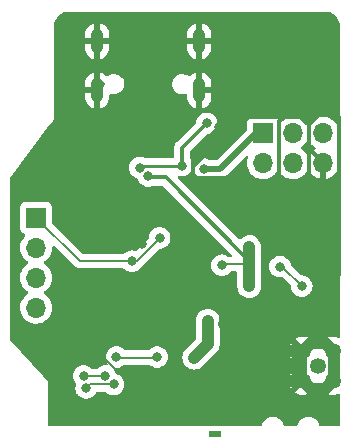
<source format=gbr>
%TF.GenerationSoftware,KiCad,Pcbnew,(6.0.1)*%
%TF.CreationDate,2022-03-08T02:05:38-07:00*%
%TF.ProjectId,ESP32-PICO-D4-BreakoutBoard,45535033-322d-4504-9943-4f2d44342d42,rev?*%
%TF.SameCoordinates,Original*%
%TF.FileFunction,Copper,L2,Bot*%
%TF.FilePolarity,Positive*%
%FSLAX46Y46*%
G04 Gerber Fmt 4.6, Leading zero omitted, Abs format (unit mm)*
G04 Created by KiCad (PCBNEW (6.0.1)) date 2022-03-08 02:05:38*
%MOMM*%
%LPD*%
G01*
G04 APERTURE LIST*
%TA.AperFunction,ComponentPad*%
%ADD10C,1.348000*%
%TD*%
%TA.AperFunction,ComponentPad*%
%ADD11R,1.700000X1.700000*%
%TD*%
%TA.AperFunction,ComponentPad*%
%ADD12O,1.700000X1.700000*%
%TD*%
%TA.AperFunction,ComponentPad*%
%ADD13R,1.000000X0.600000*%
%TD*%
%TA.AperFunction,ComponentPad*%
%ADD14O,1.050000X2.100000*%
%TD*%
%TA.AperFunction,ViaPad*%
%ADD15C,0.800000*%
%TD*%
%TA.AperFunction,Conductor*%
%ADD16C,0.200000*%
%TD*%
%TA.AperFunction,Conductor*%
%ADD17C,1.000000*%
%TD*%
%TA.AperFunction,Conductor*%
%ADD18C,0.350000*%
%TD*%
%TA.AperFunction,Conductor*%
%ADD19C,0.500000*%
%TD*%
%TA.AperFunction,Conductor*%
%ADD20C,0.250000*%
%TD*%
G04 APERTURE END LIST*
D10*
%TO.P,AE2,1*%
%TO.N,Net-(SW3-PadC1)*%
X139847500Y-117000000D03*
%TO.P,AE2,S1*%
%TO.N,GND*%
X138577500Y-118270000D03*
%TO.P,AE2,S2*%
X138577500Y-115730000D03*
%TO.P,AE2,S3*%
X141117500Y-115730000D03*
%TO.P,AE2,S4*%
X141117500Y-118270000D03*
%TD*%
D11*
%TO.P,J1,1,Pin_1*%
%TO.N,GPIO0*%
X116009022Y-104450000D03*
D12*
%TO.P,J1,2,Pin_2*%
%TO.N,GPIO21*%
X116009022Y-106990000D03*
%TO.P,J1,3,Pin_3*%
%TO.N,GPIO22*%
X116009022Y-109530000D03*
%TO.P,J1,4,Pin_4*%
%TO.N,GPIO19*%
X116009022Y-112070000D03*
%TD*%
D13*
%TO.P,AE1,2*%
%TO.N,GND*%
X131160000Y-122750000D03*
%TD*%
D11*
%TO.P,J2,1,Pin_1*%
%TO.N,VCC*%
X135234022Y-97285000D03*
D12*
%TO.P,J2,2,Pin_2*%
%TO.N,+3V3*%
X135234022Y-99825000D03*
%TO.P,J2,3,Pin_3*%
%TO.N,EN*%
X137774022Y-97285000D03*
%TO.P,J2,4,Pin_4*%
%TO.N,IO35*%
X137774022Y-99825000D03*
%TO.P,J2,5,Pin_5*%
%TO.N,IO34*%
X140314022Y-97285000D03*
%TO.P,J2,6,Pin_6*%
%TO.N,GND*%
X140314022Y-99825000D03*
%TD*%
D14*
%TO.P,USB1,S1,SHIELD*%
%TO.N,GND*%
X129820000Y-93680000D03*
%TO.P,USB1,S2,SHIELD*%
X121180000Y-93680000D03*
%TO.P,USB1,S3,SHIELD*%
X129820000Y-89500000D03*
%TO.P,USB1,S4,SHIELD*%
X121180000Y-89500000D03*
%TD*%
D15*
%TO.N,EN*%
X138500000Y-110250000D03*
X136661636Y-108597386D03*
%TO.N,+3V3*%
X134060000Y-110250000D03*
X122813000Y-116250000D03*
X131740288Y-108475946D03*
X125490000Y-100930000D03*
X129400000Y-116300000D03*
X130535000Y-113200000D03*
X134060000Y-106950000D03*
X126250000Y-116250000D03*
%TO.N,GND*%
X129260000Y-101100000D03*
X123560000Y-113000000D03*
X117790000Y-100730000D03*
X117450000Y-115600000D03*
X124972378Y-106702378D03*
X127460000Y-119475000D03*
X140000000Y-111000000D03*
X136584022Y-103550000D03*
X117940000Y-107790000D03*
X130640000Y-121570000D03*
X120300000Y-116150000D03*
X127310000Y-113000000D03*
X125560000Y-111000000D03*
X131885000Y-113450000D03*
X133759022Y-103575000D03*
X131920000Y-98350000D03*
X125560000Y-113250000D03*
X129335000Y-119825000D03*
X126425000Y-104375000D03*
X127210000Y-107290000D03*
X131750000Y-121570000D03*
X120400000Y-121100000D03*
X133250000Y-100300000D03*
X131500000Y-96750000D03*
%TO.N,GPIO0*%
X126470000Y-106160000D03*
X124115728Y-108135500D03*
%TO.N,VCC*%
X130210500Y-100325000D03*
%TO.N,P1*%
X124793673Y-100212970D03*
X128360000Y-100048574D03*
X130460000Y-96460000D03*
%TO.N,GPIO19*%
X121882553Y-117850000D03*
X120023249Y-117851751D03*
%TO.N,GPIO22*%
X120249358Y-118871957D03*
X122571222Y-118575500D03*
%TD*%
D16*
%TO.N,EN*%
X136661636Y-108597386D02*
X136847386Y-108597386D01*
X136847386Y-108597386D02*
X138500000Y-110250000D01*
X136661636Y-108597386D02*
X136963194Y-108597386D01*
D17*
%TO.N,+3V3*%
X134060000Y-106950000D02*
X134060000Y-108149022D01*
D16*
X133410500Y-107599500D02*
X134060000Y-106950000D01*
D17*
X130535000Y-115165000D02*
X129400000Y-116300000D01*
X134060000Y-109675000D02*
X134060000Y-110250000D01*
X134060000Y-108149022D02*
X134060000Y-109675000D01*
X130535000Y-113200000D02*
X130535000Y-115165000D01*
D16*
X131825128Y-108391106D02*
X133817916Y-108391106D01*
X122861430Y-116298430D02*
X122813000Y-116250000D01*
D18*
X126985000Y-101050000D02*
X133685000Y-107750000D01*
D16*
X133817916Y-108391106D02*
X134060000Y-108149022D01*
D18*
X126985000Y-101050000D02*
X125610000Y-101050000D01*
D16*
X126212000Y-116298430D02*
X122861430Y-116298430D01*
D18*
X125610000Y-101050000D02*
X125490000Y-100930000D01*
%TO.N,GND*%
X140000000Y-95650000D02*
X141375000Y-95650000D01*
D19*
X121580000Y-93130000D02*
X121210000Y-93500000D01*
D17*
X140443501Y-115056001D02*
X141117500Y-115730000D01*
D16*
X122950000Y-117525000D02*
X126650000Y-117525000D01*
D18*
X132450000Y-101100000D02*
X129260000Y-101100000D01*
D17*
X141117500Y-115730000D02*
X141221011Y-115833511D01*
D18*
X133984022Y-101150000D02*
X133984022Y-101034022D01*
D16*
X120300000Y-116150000D02*
X121575000Y-116150000D01*
D18*
X136549511Y-96300489D02*
X136549511Y-100900489D01*
X139075000Y-96625000D02*
X138375000Y-95925000D01*
X141675000Y-95950000D02*
X141675000Y-109325000D01*
D17*
X141221011Y-115833511D02*
X141221011Y-118166489D01*
X138473989Y-115833511D02*
X138473989Y-118166489D01*
X138577500Y-115730000D02*
X139251499Y-115056001D01*
D18*
X131500000Y-96750000D02*
X129260000Y-98990000D01*
X138375000Y-95925000D02*
X137195000Y-95925000D01*
X139075000Y-100850000D02*
X139075000Y-98585978D01*
X141375000Y-95650000D02*
X141675000Y-95950000D01*
X137195000Y-95925000D02*
X136925000Y-95925000D01*
D17*
X140443501Y-118943999D02*
X139251499Y-118943999D01*
D16*
X127550000Y-118425000D02*
X127550000Y-119385000D01*
X121575000Y-116150000D02*
X122950000Y-117525000D01*
D18*
X131500000Y-96750000D02*
X132325000Y-95925000D01*
D17*
X139251499Y-118943999D02*
X138577500Y-118270000D01*
D18*
X136584022Y-103340978D02*
X139075000Y-100850000D01*
X139075000Y-96925000D02*
X139075000Y-96625000D01*
D17*
X138577500Y-118270000D02*
X135230000Y-118270000D01*
X141117500Y-118270000D02*
X140443501Y-118943999D01*
D16*
X127550000Y-119385000D02*
X127460000Y-119475000D01*
D17*
X141221011Y-118166489D02*
X141117500Y-118270000D01*
D18*
X135625000Y-101825000D02*
X134659022Y-101825000D01*
D17*
X138577500Y-115730000D02*
X134165000Y-115730000D01*
D18*
X133250000Y-100300000D02*
X132450000Y-101100000D01*
D17*
X138473989Y-118166489D02*
X138577500Y-118270000D01*
D18*
X141675000Y-109325000D02*
X140000000Y-111000000D01*
D17*
X138577500Y-115730000D02*
X138473989Y-115833511D01*
D18*
X139075000Y-96575000D02*
X140000000Y-95650000D01*
X131090175Y-98350000D02*
X131920000Y-98350000D01*
X136925000Y-95925000D02*
X136549511Y-96300489D01*
X129260000Y-98990000D02*
X129260000Y-101100000D01*
X129260000Y-101100000D02*
X129260000Y-100180175D01*
X133984022Y-101034022D02*
X133250000Y-100300000D01*
X134659022Y-101825000D02*
X133984022Y-101150000D01*
D17*
X134165000Y-115730000D02*
X131885000Y-113450000D01*
D18*
X136584022Y-103550000D02*
X136584022Y-103340978D01*
X129260000Y-100180175D02*
X131090175Y-98350000D01*
X132325000Y-95925000D02*
X137195000Y-95925000D01*
X139075000Y-98585978D02*
X140314022Y-99825000D01*
X139075000Y-96925000D02*
X139075000Y-96575000D01*
D16*
X126650000Y-117525000D02*
X127550000Y-118425000D01*
D18*
X139075000Y-98585978D02*
X139075000Y-96925000D01*
D17*
X139251499Y-115056001D02*
X140443501Y-115056001D01*
D18*
X136549511Y-100900489D02*
X135625000Y-101825000D01*
D16*
%TO.N,GPIO0*%
X119694522Y-108135500D02*
X116009022Y-104450000D01*
X124115728Y-108135500D02*
X124528500Y-108135500D01*
D20*
X116100000Y-104450000D02*
X116009022Y-104450000D01*
D16*
X124115728Y-108135500D02*
X119694522Y-108135500D01*
X124528500Y-108135500D02*
X126492000Y-106172000D01*
D19*
%TO.N,VCC*%
X130210500Y-100325000D02*
X131584022Y-100325000D01*
X131584022Y-100325000D02*
X134624022Y-97285000D01*
D18*
%TO.N,P1*%
X128360000Y-98560000D02*
X128360000Y-100048574D01*
D20*
X128283948Y-100124626D02*
X128360000Y-100048574D01*
X128360000Y-100048574D02*
X124958069Y-100048574D01*
D18*
X130460000Y-96460000D02*
X128360000Y-98560000D01*
D20*
X124958069Y-100048574D02*
X124793673Y-100212970D01*
D16*
%TO.N,GPIO19*%
X121882553Y-117850000D02*
X120025000Y-117850000D01*
X120025000Y-117850000D02*
X120023249Y-117851751D01*
%TO.N,GPIO22*%
X122571222Y-118575500D02*
X120545815Y-118575500D01*
X120545815Y-118575500D02*
X120249358Y-118871957D01*
%TD*%
%TA.AperFunction,Conductor*%
%TO.N,GND*%
G36*
X140470057Y-87009500D02*
G01*
X140484858Y-87011805D01*
X140484861Y-87011805D01*
X140493730Y-87013186D01*
X140507769Y-87011350D01*
X140533989Y-87010675D01*
X140684406Y-87022513D01*
X140703934Y-87025606D01*
X140749836Y-87036626D01*
X140874162Y-87066474D01*
X140892957Y-87072581D01*
X141054699Y-87139577D01*
X141072304Y-87148547D01*
X141154207Y-87198737D01*
X141221578Y-87240022D01*
X141237573Y-87251644D01*
X141370686Y-87365333D01*
X141384667Y-87379314D01*
X141498356Y-87512427D01*
X141509977Y-87528420D01*
X141601453Y-87677696D01*
X141610423Y-87695301D01*
X141677417Y-87857038D01*
X141683526Y-87875838D01*
X141724394Y-88046065D01*
X141727487Y-88065593D01*
X141738774Y-88209012D01*
X141738133Y-88225881D01*
X141738305Y-88225883D01*
X141738196Y-88234856D01*
X141736814Y-88243730D01*
X141738638Y-88257678D01*
X141740952Y-88275372D01*
X141742016Y-88291665D01*
X141745010Y-96453435D01*
X141745052Y-96569083D01*
X141725075Y-96637211D01*
X141671436Y-96683723D01*
X141601166Y-96693853D01*
X141536574Y-96664384D01*
X141513260Y-96637569D01*
X141396844Y-96457617D01*
X141396842Y-96457614D01*
X141394036Y-96453277D01*
X141243692Y-96288051D01*
X141239641Y-96284852D01*
X141239637Y-96284848D01*
X141072436Y-96152800D01*
X141072432Y-96152798D01*
X141068381Y-96149598D01*
X140872811Y-96041638D01*
X140867942Y-96039914D01*
X140867938Y-96039912D01*
X140667109Y-95968795D01*
X140667105Y-95968794D01*
X140662234Y-95967069D01*
X140657141Y-95966162D01*
X140657138Y-95966161D01*
X140447395Y-95928800D01*
X140447389Y-95928799D01*
X140442306Y-95927894D01*
X140368474Y-95926992D01*
X140224103Y-95925228D01*
X140224101Y-95925228D01*
X140218933Y-95925165D01*
X139998113Y-95958955D01*
X139785778Y-96028357D01*
X139587629Y-96131507D01*
X139583496Y-96134610D01*
X139583493Y-96134612D01*
X139448947Y-96235632D01*
X139408987Y-96265635D01*
X139405415Y-96269373D01*
X139279963Y-96400651D01*
X139254651Y-96427138D01*
X139147223Y-96584621D01*
X139092315Y-96629621D01*
X139021790Y-96637792D01*
X138958043Y-96606538D01*
X138937346Y-96582054D01*
X138856844Y-96457617D01*
X138856842Y-96457614D01*
X138854036Y-96453277D01*
X138703692Y-96288051D01*
X138699641Y-96284852D01*
X138699637Y-96284848D01*
X138532436Y-96152800D01*
X138532432Y-96152798D01*
X138528381Y-96149598D01*
X138332811Y-96041638D01*
X138327942Y-96039914D01*
X138327938Y-96039912D01*
X138127109Y-95968795D01*
X138127105Y-95968794D01*
X138122234Y-95967069D01*
X138117141Y-95966162D01*
X138117138Y-95966161D01*
X137907395Y-95928800D01*
X137907389Y-95928799D01*
X137902306Y-95927894D01*
X137828474Y-95926992D01*
X137684103Y-95925228D01*
X137684101Y-95925228D01*
X137678933Y-95925165D01*
X137458113Y-95958955D01*
X137245778Y-96028357D01*
X137047629Y-96131507D01*
X137043496Y-96134610D01*
X137043493Y-96134612D01*
X136908947Y-96235632D01*
X136868987Y-96265635D01*
X136810921Y-96326398D01*
X136788305Y-96350064D01*
X136726781Y-96385494D01*
X136655868Y-96382037D01*
X136598082Y-96340791D01*
X136579229Y-96307243D01*
X136537789Y-96196703D01*
X136534637Y-96188295D01*
X136447283Y-96071739D01*
X136330727Y-95984385D01*
X136194338Y-95933255D01*
X136132156Y-95926500D01*
X134335888Y-95926500D01*
X134273706Y-95933255D01*
X134137317Y-95984385D01*
X134020761Y-96071739D01*
X133933407Y-96188295D01*
X133882277Y-96324684D01*
X133875522Y-96386866D01*
X133875522Y-96908629D01*
X133855520Y-96976750D01*
X133838617Y-96997724D01*
X131306746Y-99529595D01*
X131244434Y-99563621D01*
X131217651Y-99566500D01*
X130753087Y-99566500D01*
X130679028Y-99542437D01*
X130672598Y-99537765D01*
X130672591Y-99537761D01*
X130667252Y-99533882D01*
X130661224Y-99531198D01*
X130661222Y-99531197D01*
X130498819Y-99458891D01*
X130498818Y-99458891D01*
X130492788Y-99456206D01*
X130399388Y-99436353D01*
X130312444Y-99417872D01*
X130312439Y-99417872D01*
X130305987Y-99416500D01*
X130115013Y-99416500D01*
X130108561Y-99417872D01*
X130108556Y-99417872D01*
X130021612Y-99436353D01*
X129928212Y-99456206D01*
X129922182Y-99458891D01*
X129922181Y-99458891D01*
X129759778Y-99531197D01*
X129759776Y-99531198D01*
X129753748Y-99533882D01*
X129748407Y-99537762D01*
X129748406Y-99537763D01*
X129746683Y-99539015D01*
X129599247Y-99646134D01*
X129594826Y-99651044D01*
X129594825Y-99651045D01*
X129565783Y-99683300D01*
X129471460Y-99788056D01*
X129458841Y-99809913D01*
X129407459Y-99858906D01*
X129337746Y-99872343D01*
X129271834Y-99845956D01*
X129229889Y-99785850D01*
X129222192Y-99762161D01*
X129194527Y-99677018D01*
X129179532Y-99651045D01*
X129102343Y-99517351D01*
X129099040Y-99511630D01*
X129094620Y-99506721D01*
X129094617Y-99506717D01*
X129075865Y-99485891D01*
X129045147Y-99421884D01*
X129043500Y-99401580D01*
X129043500Y-98895305D01*
X129063502Y-98827184D01*
X129080405Y-98806210D01*
X130482950Y-97403665D01*
X130545262Y-97369639D01*
X130552346Y-97368500D01*
X130555487Y-97368500D01*
X130561940Y-97367128D01*
X130561943Y-97367128D01*
X130635042Y-97351590D01*
X130742288Y-97328794D01*
X130748319Y-97326109D01*
X130910722Y-97253803D01*
X130910724Y-97253802D01*
X130916752Y-97251118D01*
X131071253Y-97138866D01*
X131199040Y-96996944D01*
X131294527Y-96831556D01*
X131353542Y-96649928D01*
X131355677Y-96629621D01*
X131372814Y-96466565D01*
X131373504Y-96460000D01*
X131365310Y-96382037D01*
X131354232Y-96276635D01*
X131354232Y-96276633D01*
X131353542Y-96270072D01*
X131294527Y-96088444D01*
X131267504Y-96041638D01*
X131234080Y-95983747D01*
X131199040Y-95923056D01*
X131071253Y-95781134D01*
X130916752Y-95668882D01*
X130910724Y-95666198D01*
X130910722Y-95666197D01*
X130748319Y-95593891D01*
X130748318Y-95593891D01*
X130742288Y-95591206D01*
X130648888Y-95571353D01*
X130561944Y-95552872D01*
X130561939Y-95552872D01*
X130555487Y-95551500D01*
X130364513Y-95551500D01*
X130358061Y-95552872D01*
X130358056Y-95552872D01*
X130271112Y-95571353D01*
X130177712Y-95591206D01*
X130171682Y-95593891D01*
X130171681Y-95593891D01*
X130009278Y-95666197D01*
X130009276Y-95666198D01*
X130003248Y-95668882D01*
X129848747Y-95781134D01*
X129720960Y-95923056D01*
X129685920Y-95983747D01*
X129652497Y-96041638D01*
X129625473Y-96088444D01*
X129566458Y-96270072D01*
X129559026Y-96340791D01*
X129557398Y-96356277D01*
X129530385Y-96421934D01*
X129521183Y-96432202D01*
X127896541Y-98056844D01*
X127890276Y-98062698D01*
X127848330Y-98099290D01*
X127812934Y-98149655D01*
X127809022Y-98154920D01*
X127771065Y-98203328D01*
X127767939Y-98210252D01*
X127765329Y-98214561D01*
X127759958Y-98223976D01*
X127757573Y-98228424D01*
X127753205Y-98234639D01*
X127750446Y-98241716D01*
X127730858Y-98291957D01*
X127728306Y-98298029D01*
X127702986Y-98354105D01*
X127701600Y-98361582D01*
X127700090Y-98366402D01*
X127697118Y-98376835D01*
X127695870Y-98381696D01*
X127693111Y-98388772D01*
X127685778Y-98444476D01*
X127685082Y-98449762D01*
X127684050Y-98456278D01*
X127672839Y-98516767D01*
X127673276Y-98524347D01*
X127673276Y-98524348D01*
X127676291Y-98576642D01*
X127676500Y-98583894D01*
X127676500Y-99289074D01*
X127656498Y-99357195D01*
X127602842Y-99403688D01*
X127550500Y-99415074D01*
X125261984Y-99415074D01*
X125210735Y-99404181D01*
X125081992Y-99346861D01*
X125081991Y-99346861D01*
X125075961Y-99344176D01*
X124961757Y-99319901D01*
X124895617Y-99305842D01*
X124895612Y-99305842D01*
X124889160Y-99304470D01*
X124698186Y-99304470D01*
X124691734Y-99305842D01*
X124691729Y-99305842D01*
X124625589Y-99319901D01*
X124511385Y-99344176D01*
X124505355Y-99346861D01*
X124505354Y-99346861D01*
X124342951Y-99419167D01*
X124342949Y-99419168D01*
X124336921Y-99421852D01*
X124182420Y-99534104D01*
X124177999Y-99539014D01*
X124177998Y-99539015D01*
X124153251Y-99566500D01*
X124054633Y-99676026D01*
X124042524Y-99697000D01*
X123968623Y-99825000D01*
X123959146Y-99841414D01*
X123900131Y-100023042D01*
X123899441Y-100029603D01*
X123899441Y-100029605D01*
X123890669Y-100113069D01*
X123880169Y-100212970D01*
X123900131Y-100402898D01*
X123959146Y-100584526D01*
X123962449Y-100590248D01*
X123962450Y-100590249D01*
X123985451Y-100630088D01*
X124054633Y-100749914D01*
X124182420Y-100891836D01*
X124270324Y-100955702D01*
X124328780Y-100998173D01*
X124336921Y-101004088D01*
X124342949Y-101006772D01*
X124342951Y-101006773D01*
X124485890Y-101070413D01*
X124511385Y-101081764D01*
X124518287Y-101083231D01*
X124518520Y-101083357D01*
X124524125Y-101085178D01*
X124523792Y-101086203D01*
X124580762Y-101116956D01*
X124611929Y-101167541D01*
X124655473Y-101301556D01*
X124750960Y-101466944D01*
X124878747Y-101608866D01*
X125033248Y-101721118D01*
X125039276Y-101723802D01*
X125039278Y-101723803D01*
X125201681Y-101796109D01*
X125207712Y-101798794D01*
X125301112Y-101818647D01*
X125388056Y-101837128D01*
X125388061Y-101837128D01*
X125394513Y-101838500D01*
X125585487Y-101838500D01*
X125591939Y-101837128D01*
X125591944Y-101837128D01*
X125678888Y-101818647D01*
X125772288Y-101798794D01*
X125894475Y-101744393D01*
X125945724Y-101733500D01*
X126649695Y-101733500D01*
X126717816Y-101753502D01*
X126738790Y-101770405D01*
X132535896Y-107567511D01*
X132569922Y-107629823D01*
X132564857Y-107700638D01*
X132522310Y-107757474D01*
X132455790Y-107782285D01*
X132446801Y-107782606D01*
X132372559Y-107782606D01*
X132304438Y-107762604D01*
X132298498Y-107758542D01*
X132202382Y-107688709D01*
X132202381Y-107688708D01*
X132197040Y-107684828D01*
X132191012Y-107682144D01*
X132191010Y-107682143D01*
X132028607Y-107609837D01*
X132028606Y-107609837D01*
X132022576Y-107607152D01*
X131929175Y-107587299D01*
X131842232Y-107568818D01*
X131842227Y-107568818D01*
X131835775Y-107567446D01*
X131644801Y-107567446D01*
X131638349Y-107568818D01*
X131638344Y-107568818D01*
X131551401Y-107587299D01*
X131458000Y-107607152D01*
X131451970Y-107609837D01*
X131451969Y-107609837D01*
X131289566Y-107682143D01*
X131289564Y-107682144D01*
X131283536Y-107684828D01*
X131278195Y-107688708D01*
X131278194Y-107688709D01*
X131267778Y-107696277D01*
X131129035Y-107797080D01*
X131001248Y-107939002D01*
X130905761Y-108104390D01*
X130846746Y-108286018D01*
X130846056Y-108292579D01*
X130846056Y-108292581D01*
X130832952Y-108417264D01*
X130826784Y-108475946D01*
X130827474Y-108482511D01*
X130845887Y-108657698D01*
X130846746Y-108665874D01*
X130905761Y-108847502D01*
X130909064Y-108853224D01*
X130909065Y-108853225D01*
X130925385Y-108881492D01*
X131001248Y-109012890D01*
X131005666Y-109017797D01*
X131005667Y-109017798D01*
X131038813Y-109054610D01*
X131129035Y-109154812D01*
X131283536Y-109267064D01*
X131289564Y-109269748D01*
X131289566Y-109269749D01*
X131451969Y-109342055D01*
X131458000Y-109344740D01*
X131551401Y-109364593D01*
X131638344Y-109383074D01*
X131638349Y-109383074D01*
X131644801Y-109384446D01*
X131835775Y-109384446D01*
X131842227Y-109383074D01*
X131842232Y-109383074D01*
X131929175Y-109364593D01*
X132022576Y-109344740D01*
X132028607Y-109342055D01*
X132191010Y-109269749D01*
X132191012Y-109269748D01*
X132197040Y-109267064D01*
X132351541Y-109154812D01*
X132453751Y-109041296D01*
X132514197Y-109004056D01*
X132547387Y-108999606D01*
X132925500Y-108999606D01*
X132993621Y-109019608D01*
X133040114Y-109073264D01*
X133051500Y-109125606D01*
X133051500Y-110299769D01*
X133051800Y-110302825D01*
X133051800Y-110302832D01*
X133052530Y-110310273D01*
X133065920Y-110446833D01*
X133123084Y-110636169D01*
X133215934Y-110810796D01*
X133269659Y-110876669D01*
X133337040Y-110959287D01*
X133337043Y-110959290D01*
X133340935Y-110964062D01*
X133345682Y-110967989D01*
X133345684Y-110967991D01*
X133488575Y-111086201D01*
X133488579Y-111086203D01*
X133493325Y-111090130D01*
X133667299Y-111184198D01*
X133856232Y-111242682D01*
X133862357Y-111243326D01*
X133862358Y-111243326D01*
X134046796Y-111262711D01*
X134046798Y-111262711D01*
X134052925Y-111263355D01*
X134135424Y-111255847D01*
X134243749Y-111245989D01*
X134243752Y-111245988D01*
X134249888Y-111245430D01*
X134255794Y-111243692D01*
X134255798Y-111243691D01*
X134375704Y-111208401D01*
X134439619Y-111189590D01*
X134445077Y-111186737D01*
X134445081Y-111186735D01*
X134580174Y-111116109D01*
X134614890Y-111097960D01*
X134769025Y-110974032D01*
X134896154Y-110822526D01*
X134899121Y-110817128D01*
X134899125Y-110817123D01*
X134988467Y-110654608D01*
X134991433Y-110649213D01*
X134993846Y-110641608D01*
X135049373Y-110466564D01*
X135049373Y-110466563D01*
X135051235Y-110460694D01*
X135068500Y-110306773D01*
X135068500Y-108597386D01*
X135748132Y-108597386D01*
X135748822Y-108603951D01*
X135763542Y-108744000D01*
X135768094Y-108787314D01*
X135827109Y-108968942D01*
X135830412Y-108974664D01*
X135830413Y-108974665D01*
X135848312Y-109005666D01*
X135922596Y-109134330D01*
X136050383Y-109276252D01*
X136086293Y-109302342D01*
X136199299Y-109384446D01*
X136204884Y-109388504D01*
X136210912Y-109391188D01*
X136210914Y-109391189D01*
X136362956Y-109458882D01*
X136379348Y-109466180D01*
X136472748Y-109486033D01*
X136559692Y-109504514D01*
X136559697Y-109504514D01*
X136566149Y-109505886D01*
X136757123Y-109505886D01*
X136804191Y-109495881D01*
X136874980Y-109501282D01*
X136919483Y-109530032D01*
X137550281Y-110160830D01*
X137584307Y-110223142D01*
X137586841Y-110246716D01*
X137586496Y-110250000D01*
X137587186Y-110256565D01*
X137604063Y-110417137D01*
X137606458Y-110439928D01*
X137665473Y-110621556D01*
X137668776Y-110627278D01*
X137668777Y-110627279D01*
X137684556Y-110654608D01*
X137760960Y-110786944D01*
X137765378Y-110791851D01*
X137765379Y-110791852D01*
X137797254Y-110827253D01*
X137888747Y-110928866D01*
X138043248Y-111041118D01*
X138049276Y-111043802D01*
X138049278Y-111043803D01*
X138211681Y-111116109D01*
X138217712Y-111118794D01*
X138311112Y-111138647D01*
X138398056Y-111157128D01*
X138398061Y-111157128D01*
X138404513Y-111158500D01*
X138595487Y-111158500D01*
X138601939Y-111157128D01*
X138601944Y-111157128D01*
X138688888Y-111138647D01*
X138782288Y-111118794D01*
X138788319Y-111116109D01*
X138950722Y-111043803D01*
X138950724Y-111043802D01*
X138956752Y-111041118D01*
X139111253Y-110928866D01*
X139202746Y-110827253D01*
X139234621Y-110791852D01*
X139234622Y-110791851D01*
X139239040Y-110786944D01*
X139315444Y-110654608D01*
X139331223Y-110627279D01*
X139331224Y-110627278D01*
X139334527Y-110621556D01*
X139393542Y-110439928D01*
X139395938Y-110417137D01*
X139412814Y-110256565D01*
X139413504Y-110250000D01*
X139393542Y-110060072D01*
X139334527Y-109878444D01*
X139239040Y-109713056D01*
X139111253Y-109571134D01*
X138966797Y-109466180D01*
X138962094Y-109462763D01*
X138962093Y-109462762D01*
X138956752Y-109458882D01*
X138950724Y-109456198D01*
X138950722Y-109456197D01*
X138788319Y-109383891D01*
X138788318Y-109383891D01*
X138782288Y-109381206D01*
X138688888Y-109361353D01*
X138601944Y-109342872D01*
X138601939Y-109342872D01*
X138595487Y-109341500D01*
X138504239Y-109341500D01*
X138436118Y-109321498D01*
X138415144Y-109304595D01*
X137590708Y-108480159D01*
X137556557Y-108417264D01*
X137555868Y-108414021D01*
X137555178Y-108407458D01*
X137496163Y-108225830D01*
X137400676Y-108060442D01*
X137272889Y-107918520D01*
X137118388Y-107806268D01*
X137112360Y-107803584D01*
X137112358Y-107803583D01*
X136949955Y-107731277D01*
X136949954Y-107731277D01*
X136943924Y-107728592D01*
X136850524Y-107708739D01*
X136763580Y-107690258D01*
X136763575Y-107690258D01*
X136757123Y-107688886D01*
X136566149Y-107688886D01*
X136559697Y-107690258D01*
X136559692Y-107690258D01*
X136472749Y-107708739D01*
X136379348Y-107728592D01*
X136373318Y-107731277D01*
X136373317Y-107731277D01*
X136210914Y-107803583D01*
X136210912Y-107803584D01*
X136204884Y-107806268D01*
X136050383Y-107918520D01*
X135922596Y-108060442D01*
X135827109Y-108225830D01*
X135768094Y-108407458D01*
X135748132Y-108597386D01*
X135068500Y-108597386D01*
X135068500Y-106900231D01*
X135065276Y-106867345D01*
X135062001Y-106833955D01*
X135054080Y-106753167D01*
X134996916Y-106563831D01*
X134904066Y-106389204D01*
X134833709Y-106302938D01*
X134782960Y-106240713D01*
X134782957Y-106240710D01*
X134779065Y-106235938D01*
X134772724Y-106230692D01*
X134631425Y-106113799D01*
X134631421Y-106113797D01*
X134626675Y-106109870D01*
X134452701Y-106015802D01*
X134263768Y-105957318D01*
X134257643Y-105956674D01*
X134257642Y-105956674D01*
X134073204Y-105937289D01*
X134073202Y-105937289D01*
X134067075Y-105936645D01*
X133984576Y-105944153D01*
X133876251Y-105954011D01*
X133876248Y-105954012D01*
X133870112Y-105954570D01*
X133864206Y-105956308D01*
X133864202Y-105956309D01*
X133795140Y-105976635D01*
X133680381Y-106010410D01*
X133674923Y-106013263D01*
X133674919Y-106013265D01*
X133584147Y-106060720D01*
X133505110Y-106102040D01*
X133350975Y-106225968D01*
X133347016Y-106230686D01*
X133347010Y-106230692D01*
X133337434Y-106242104D01*
X133278323Y-106281429D01*
X133207336Y-106282553D01*
X133151820Y-106250205D01*
X128049925Y-101148310D01*
X128015899Y-101085998D01*
X128020964Y-101015183D01*
X128063511Y-100958347D01*
X128130031Y-100933536D01*
X128165217Y-100935968D01*
X128258056Y-100955702D01*
X128258061Y-100955702D01*
X128264513Y-100957074D01*
X128455487Y-100957074D01*
X128461939Y-100955702D01*
X128461944Y-100955702D01*
X128566224Y-100933536D01*
X128642288Y-100917368D01*
X128648319Y-100914683D01*
X128810722Y-100842377D01*
X128810724Y-100842376D01*
X128816752Y-100839692D01*
X128844075Y-100819841D01*
X128878723Y-100794667D01*
X128971253Y-100727440D01*
X128985032Y-100712137D01*
X129094621Y-100590426D01*
X129094622Y-100590425D01*
X129099040Y-100585518D01*
X129111659Y-100563661D01*
X129163041Y-100514668D01*
X129232754Y-100501231D01*
X129298666Y-100527618D01*
X129340611Y-100587724D01*
X129375973Y-100696556D01*
X129379276Y-100702278D01*
X129379277Y-100702279D01*
X129393804Y-100727440D01*
X129471460Y-100861944D01*
X129475878Y-100866851D01*
X129475879Y-100866852D01*
X129589366Y-100992892D01*
X129599247Y-101003866D01*
X129670630Y-101055729D01*
X129748404Y-101112235D01*
X129753748Y-101116118D01*
X129759776Y-101118802D01*
X129759778Y-101118803D01*
X129922181Y-101191109D01*
X129928212Y-101193794D01*
X130010166Y-101211214D01*
X130108556Y-101232128D01*
X130108561Y-101232128D01*
X130115013Y-101233500D01*
X130305987Y-101233500D01*
X130312439Y-101232128D01*
X130312444Y-101232128D01*
X130410834Y-101211214D01*
X130492788Y-101193794D01*
X130498819Y-101191109D01*
X130661222Y-101118803D01*
X130661224Y-101118802D01*
X130667252Y-101116118D01*
X130672591Y-101112239D01*
X130672598Y-101112235D01*
X130679028Y-101107563D01*
X130753087Y-101083500D01*
X131516952Y-101083500D01*
X131535902Y-101084933D01*
X131550137Y-101087099D01*
X131550141Y-101087099D01*
X131557371Y-101088199D01*
X131564663Y-101087606D01*
X131564666Y-101087606D01*
X131610040Y-101083915D01*
X131620255Y-101083500D01*
X131628315Y-101083500D01*
X131643206Y-101081764D01*
X131656529Y-101080211D01*
X131660904Y-101079778D01*
X131726361Y-101074454D01*
X131726364Y-101074453D01*
X131733659Y-101073860D01*
X131740623Y-101071604D01*
X131746582Y-101070413D01*
X131752437Y-101069029D01*
X131759703Y-101068182D01*
X131828349Y-101043265D01*
X131832477Y-101041848D01*
X131894958Y-101021607D01*
X131894960Y-101021606D01*
X131901921Y-101019351D01*
X131908176Y-101015555D01*
X131913650Y-101013049D01*
X131919080Y-101010330D01*
X131925959Y-101007833D01*
X131932080Y-101003820D01*
X131986998Y-100967814D01*
X131990702Y-100965477D01*
X132053129Y-100927595D01*
X132061506Y-100920197D01*
X132061530Y-100920224D01*
X132064522Y-100917571D01*
X132067755Y-100914868D01*
X132073874Y-100910856D01*
X132127150Y-100854617D01*
X132129528Y-100852175D01*
X133741908Y-99239795D01*
X133804220Y-99205769D01*
X133875035Y-99210834D01*
X133931871Y-99253381D01*
X133956682Y-99319901D01*
X133952420Y-99362562D01*
X133895011Y-99569570D01*
X133871273Y-99791695D01*
X133871570Y-99796848D01*
X133871570Y-99796851D01*
X133874502Y-99847699D01*
X133884132Y-100014715D01*
X133885269Y-100019761D01*
X133885270Y-100019767D01*
X133906297Y-100113069D01*
X133933244Y-100232639D01*
X133935625Y-100238502D01*
X134009376Y-100420130D01*
X134017288Y-100439616D01*
X134055046Y-100501231D01*
X134131313Y-100625688D01*
X134134009Y-100630088D01*
X134280272Y-100798938D01*
X134452148Y-100941632D01*
X134645022Y-101054338D01*
X134649847Y-101056180D01*
X134649848Y-101056181D01*
X134720436Y-101083136D01*
X134853714Y-101134030D01*
X134858782Y-101135061D01*
X134858785Y-101135062D01*
X134953884Y-101154410D01*
X135072619Y-101178567D01*
X135077794Y-101178757D01*
X135077796Y-101178757D01*
X135290695Y-101186564D01*
X135290699Y-101186564D01*
X135295859Y-101186753D01*
X135300979Y-101186097D01*
X135300981Y-101186097D01*
X135512310Y-101159025D01*
X135512311Y-101159025D01*
X135517438Y-101158368D01*
X135522388Y-101156883D01*
X135726451Y-101095661D01*
X135726456Y-101095659D01*
X135731406Y-101094174D01*
X135932016Y-100995896D01*
X136113882Y-100866173D01*
X136125479Y-100854617D01*
X136249204Y-100731323D01*
X136272118Y-100708489D01*
X136331616Y-100625689D01*
X136402475Y-100527077D01*
X136403798Y-100528028D01*
X136450667Y-100484857D01*
X136520602Y-100472625D01*
X136586048Y-100500144D01*
X136613897Y-100531994D01*
X136674009Y-100630088D01*
X136820272Y-100798938D01*
X136992148Y-100941632D01*
X137185022Y-101054338D01*
X137189847Y-101056180D01*
X137189848Y-101056181D01*
X137260436Y-101083136D01*
X137393714Y-101134030D01*
X137398782Y-101135061D01*
X137398785Y-101135062D01*
X137493884Y-101154410D01*
X137612619Y-101178567D01*
X137617794Y-101178757D01*
X137617796Y-101178757D01*
X137830695Y-101186564D01*
X137830699Y-101186564D01*
X137835859Y-101186753D01*
X137840979Y-101186097D01*
X137840981Y-101186097D01*
X138052310Y-101159025D01*
X138052311Y-101159025D01*
X138057438Y-101158368D01*
X138062388Y-101156883D01*
X138266451Y-101095661D01*
X138266456Y-101095659D01*
X138271406Y-101094174D01*
X138472016Y-100995896D01*
X138653882Y-100866173D01*
X138665479Y-100854617D01*
X138789204Y-100731323D01*
X138812118Y-100708489D01*
X138871616Y-100625689D01*
X138942475Y-100527077D01*
X138943662Y-100527930D01*
X138990982Y-100484362D01*
X139060919Y-100472145D01*
X139126360Y-100499678D01*
X139154188Y-100531511D01*
X139211716Y-100625388D01*
X139217799Y-100633699D01*
X139357235Y-100794667D01*
X139364602Y-100801883D01*
X139528456Y-100937916D01*
X139536903Y-100943831D01*
X139720778Y-101051279D01*
X139730064Y-101055729D01*
X139929023Y-101131703D01*
X139938921Y-101134579D01*
X140042272Y-101155606D01*
X140056321Y-101154410D01*
X140060022Y-101144065D01*
X140060022Y-99697000D01*
X140080024Y-99628879D01*
X140133680Y-99582386D01*
X140186022Y-99571000D01*
X140442022Y-99571000D01*
X140510143Y-99591002D01*
X140556636Y-99644658D01*
X140568022Y-99697000D01*
X140568022Y-101143517D01*
X140572086Y-101157359D01*
X140585500Y-101159393D01*
X140592206Y-101158534D01*
X140602284Y-101156392D01*
X140806277Y-101095191D01*
X140815864Y-101091433D01*
X141007117Y-100997739D01*
X141015967Y-100992464D01*
X141189350Y-100868792D01*
X141197222Y-100862139D01*
X141348074Y-100711812D01*
X141354752Y-100703965D01*
X141479025Y-100531020D01*
X141484332Y-100522188D01*
X141507547Y-100475216D01*
X141555661Y-100423008D01*
X141624362Y-100405101D01*
X141691839Y-100427179D01*
X141736667Y-100482233D01*
X141746505Y-100530996D01*
X141751637Y-114524338D01*
X141731661Y-114592464D01*
X141678022Y-114638976D01*
X141607752Y-114649106D01*
X141578948Y-114641412D01*
X141460013Y-114593962D01*
X141448976Y-114590693D01*
X141247248Y-114550566D01*
X141235804Y-114549363D01*
X141030146Y-114546671D01*
X141018666Y-114547574D01*
X140815962Y-114582405D01*
X140804842Y-114585385D01*
X140611872Y-114656576D01*
X140601494Y-114661526D01*
X140495895Y-114724351D01*
X140486297Y-114734684D01*
X140489782Y-114743070D01*
X141387616Y-115640905D01*
X141421641Y-115703217D01*
X141416576Y-115774033D01*
X141387615Y-115819095D01*
X141206595Y-116000115D01*
X141144283Y-116034141D01*
X141073468Y-116029076D01*
X141028405Y-116000116D01*
X140131246Y-115102957D01*
X140118868Y-115096199D01*
X140112903Y-115100664D01*
X140023489Y-115270611D01*
X140019085Y-115281244D01*
X139967080Y-115448727D01*
X139927777Y-115507852D01*
X139862747Y-115536343D01*
X139792638Y-115525153D01*
X139739708Y-115477836D01*
X139725478Y-115445565D01*
X139687288Y-115310154D01*
X139683166Y-115299415D01*
X139592191Y-115114937D01*
X139586397Y-115105483D01*
X139575244Y-115097113D01*
X139562826Y-115103885D01*
X138577500Y-116089210D01*
X137953406Y-116713305D01*
X137947212Y-116724649D01*
X137957094Y-116737138D01*
X138006278Y-116770002D01*
X138016388Y-116775492D01*
X138205370Y-116856685D01*
X138216313Y-116860240D01*
X138282760Y-116875276D01*
X138344787Y-116909819D01*
X138378291Y-116972413D01*
X138372637Y-117043184D01*
X138329618Y-117099663D01*
X138281347Y-117120197D01*
X138281538Y-117120911D01*
X138276482Y-117122266D01*
X138276284Y-117122350D01*
X138275960Y-117122406D01*
X138264842Y-117125385D01*
X138071872Y-117196576D01*
X138061494Y-117201526D01*
X137955895Y-117264351D01*
X137946297Y-117274684D01*
X137949783Y-117283072D01*
X138577500Y-117910790D01*
X139562107Y-118895396D01*
X139574486Y-118902155D01*
X139581066Y-118897229D01*
X139659117Y-118757857D01*
X139663793Y-118747354D01*
X139730321Y-118551368D01*
X139771158Y-118493292D01*
X139836911Y-118466513D01*
X139906703Y-118479534D01*
X139958376Y-118528221D01*
X139971757Y-118560854D01*
X139997102Y-118660650D01*
X140000943Y-118671497D01*
X140087053Y-118858284D01*
X140092809Y-118868253D01*
X140110189Y-118892846D01*
X140120780Y-118901237D01*
X140134078Y-118894210D01*
X141028405Y-117999884D01*
X141090717Y-117965859D01*
X141161533Y-117970924D01*
X141206595Y-117999885D01*
X141387615Y-118180905D01*
X141421641Y-118243217D01*
X141416576Y-118314032D01*
X141387616Y-118359095D01*
X140493406Y-119253305D01*
X140487212Y-119264650D01*
X140497093Y-119277138D01*
X140546278Y-119310002D01*
X140556388Y-119315492D01*
X140745370Y-119396685D01*
X140756313Y-119400240D01*
X140956922Y-119445634D01*
X140968329Y-119447136D01*
X141173857Y-119455210D01*
X141185341Y-119454608D01*
X141388901Y-119425094D01*
X141400084Y-119422409D01*
X141586953Y-119358975D01*
X141657888Y-119356019D01*
X141719160Y-119391882D01*
X141751317Y-119455179D01*
X141753454Y-119478242D01*
X141754362Y-121953954D01*
X141734385Y-122022082D01*
X141680746Y-122068594D01*
X141628362Y-122080000D01*
X140080254Y-122080000D01*
X140012133Y-122059998D01*
X139965640Y-122006342D01*
X139957008Y-121980199D01*
X139954075Y-121966401D01*
X139954073Y-121966396D01*
X139952702Y-121959944D01*
X139872888Y-121780679D01*
X139757547Y-121621926D01*
X139611720Y-121490623D01*
X139441780Y-121392508D01*
X139364059Y-121367255D01*
X139261434Y-121333910D01*
X139261433Y-121333910D01*
X139255155Y-121331870D01*
X139248592Y-121331180D01*
X139248591Y-121331180D01*
X139225595Y-121328763D01*
X139108922Y-121316500D01*
X139011078Y-121316500D01*
X138894405Y-121328763D01*
X138871409Y-121331180D01*
X138871408Y-121331180D01*
X138864845Y-121331870D01*
X138858567Y-121333910D01*
X138858566Y-121333910D01*
X138755941Y-121367255D01*
X138678220Y-121392508D01*
X138508280Y-121490623D01*
X138362453Y-121621926D01*
X138247112Y-121780679D01*
X138167298Y-121959944D01*
X138165927Y-121966396D01*
X138165925Y-121966401D01*
X138162992Y-121980199D01*
X138129263Y-122042672D01*
X138067113Y-122076992D01*
X138039746Y-122080000D01*
X137080254Y-122080000D01*
X137012133Y-122059998D01*
X136965640Y-122006342D01*
X136957008Y-121980199D01*
X136954075Y-121966401D01*
X136954073Y-121966396D01*
X136952702Y-121959944D01*
X136872888Y-121780679D01*
X136757547Y-121621926D01*
X136611720Y-121490623D01*
X136441780Y-121392508D01*
X136364059Y-121367255D01*
X136261434Y-121333910D01*
X136261433Y-121333910D01*
X136255155Y-121331870D01*
X136248592Y-121331180D01*
X136248591Y-121331180D01*
X136225595Y-121328763D01*
X136108922Y-121316500D01*
X136011078Y-121316500D01*
X135894405Y-121328763D01*
X135871409Y-121331180D01*
X135871408Y-121331180D01*
X135864845Y-121331870D01*
X135858567Y-121333910D01*
X135858566Y-121333910D01*
X135755941Y-121367255D01*
X135678220Y-121392508D01*
X135508280Y-121490623D01*
X135362453Y-121621926D01*
X135247112Y-121780679D01*
X135167298Y-121959944D01*
X135165927Y-121966396D01*
X135165925Y-121966401D01*
X135162992Y-121980199D01*
X135129263Y-122042672D01*
X135067113Y-122076992D01*
X135039746Y-122080000D01*
X117134000Y-122080000D01*
X117065879Y-122059998D01*
X117019386Y-122006342D01*
X117008000Y-121954000D01*
X117008000Y-118570993D01*
X117008342Y-118565169D01*
X117009697Y-118560066D01*
X117008039Y-118493605D01*
X117008000Y-118490463D01*
X117008000Y-118463523D01*
X117007362Y-118459072D01*
X117007284Y-118457975D01*
X117007004Y-118452150D01*
X117006292Y-118423568D01*
X117006292Y-118423566D01*
X117006068Y-118414597D01*
X117000090Y-118395898D01*
X116995380Y-118375395D01*
X116993869Y-118364848D01*
X116993868Y-118364845D01*
X116992595Y-118355955D01*
X116977890Y-118323614D01*
X116972579Y-118309844D01*
X116961757Y-118275992D01*
X116956735Y-118268554D01*
X116950767Y-118259715D01*
X116940495Y-118241366D01*
X116932367Y-118223490D01*
X116909173Y-118196572D01*
X116905007Y-118191120D01*
X116904938Y-118191175D01*
X116901911Y-118187363D01*
X116899189Y-118183332D01*
X116895883Y-118179771D01*
X116895876Y-118179763D01*
X116881021Y-118163766D01*
X116877897Y-118160275D01*
X116843240Y-118120053D01*
X116837381Y-118113253D01*
X116830933Y-118109074D01*
X116823937Y-118102292D01*
X116769487Y-118043653D01*
X116591292Y-117851751D01*
X119109745Y-117851751D01*
X119110435Y-117858316D01*
X119128367Y-118028925D01*
X119129707Y-118041679D01*
X119188722Y-118223307D01*
X119192025Y-118229029D01*
X119192026Y-118229030D01*
X119260587Y-118347780D01*
X119284209Y-118388695D01*
X119288629Y-118393604D01*
X119288632Y-118393608D01*
X119358188Y-118470858D01*
X119388905Y-118534865D01*
X119384385Y-118594105D01*
X119362763Y-118660650D01*
X119355816Y-118682029D01*
X119355126Y-118688595D01*
X119355125Y-118688599D01*
X119337291Y-118858284D01*
X119335854Y-118871957D01*
X119336544Y-118878522D01*
X119343087Y-118940771D01*
X119355816Y-119061885D01*
X119414831Y-119243513D01*
X119418134Y-119249235D01*
X119418135Y-119249236D01*
X119423339Y-119258249D01*
X119510318Y-119408901D01*
X119514736Y-119413808D01*
X119514737Y-119413809D01*
X119543421Y-119445666D01*
X119638105Y-119550823D01*
X119792606Y-119663075D01*
X119798634Y-119665759D01*
X119798636Y-119665760D01*
X119961039Y-119738066D01*
X119967070Y-119740751D01*
X120060471Y-119760604D01*
X120147414Y-119779085D01*
X120147419Y-119779085D01*
X120153871Y-119780457D01*
X120344845Y-119780457D01*
X120351297Y-119779085D01*
X120351302Y-119779085D01*
X120438245Y-119760604D01*
X120531646Y-119740751D01*
X120537677Y-119738066D01*
X120700080Y-119665760D01*
X120700082Y-119665759D01*
X120706110Y-119663075D01*
X120860611Y-119550823D01*
X120955295Y-119445666D01*
X120983979Y-119413809D01*
X120983980Y-119413808D01*
X120988398Y-119408901D01*
X121075377Y-119258249D01*
X121081872Y-119247000D01*
X121133255Y-119198007D01*
X121190991Y-119184000D01*
X121840512Y-119184000D01*
X121908633Y-119204002D01*
X121934148Y-119225689D01*
X121953337Y-119247000D01*
X121959969Y-119254366D01*
X122114470Y-119366618D01*
X122120498Y-119369302D01*
X122120500Y-119369303D01*
X122282903Y-119441609D01*
X122288934Y-119444294D01*
X122382335Y-119464147D01*
X122469278Y-119482628D01*
X122469283Y-119482628D01*
X122475735Y-119484000D01*
X122666709Y-119484000D01*
X122673161Y-119482628D01*
X122673166Y-119482628D01*
X122760109Y-119464147D01*
X122853510Y-119444294D01*
X122859541Y-119441609D01*
X123021944Y-119369303D01*
X123021946Y-119369302D01*
X123027974Y-119366618D01*
X123168322Y-119264649D01*
X137947211Y-119264649D01*
X137957093Y-119277138D01*
X138006278Y-119310002D01*
X138016388Y-119315492D01*
X138205370Y-119396685D01*
X138216313Y-119400240D01*
X138416922Y-119445634D01*
X138428329Y-119447136D01*
X138633857Y-119455210D01*
X138645341Y-119454608D01*
X138848901Y-119425094D01*
X138860084Y-119422409D01*
X139054854Y-119356293D01*
X139065357Y-119351617D01*
X139199903Y-119276269D01*
X139209766Y-119266192D01*
X139206811Y-119258522D01*
X138590311Y-118642021D01*
X138576368Y-118634408D01*
X138574534Y-118634539D01*
X138567920Y-118638790D01*
X137953404Y-119253307D01*
X137947211Y-119264649D01*
X123168322Y-119264649D01*
X123182475Y-119254366D01*
X123310262Y-119112444D01*
X123405749Y-118947056D01*
X123464764Y-118765428D01*
X123473530Y-118682029D01*
X123484036Y-118582065D01*
X123484726Y-118575500D01*
X123471528Y-118449930D01*
X123465454Y-118392135D01*
X123465454Y-118392133D01*
X123464764Y-118385572D01*
X123418989Y-118244692D01*
X137391221Y-118244692D01*
X137404673Y-118449930D01*
X137406474Y-118461300D01*
X137457102Y-118660650D01*
X137460943Y-118671497D01*
X137547053Y-118858284D01*
X137552809Y-118868253D01*
X137570189Y-118892846D01*
X137580780Y-118901237D01*
X137594079Y-118894210D01*
X138205479Y-118282811D01*
X138213092Y-118268868D01*
X138212961Y-118267034D01*
X138208710Y-118260420D01*
X137591244Y-117642955D01*
X137578869Y-117636198D01*
X137572903Y-117640664D01*
X137483489Y-117810611D01*
X137479081Y-117821254D01*
X137418088Y-118017681D01*
X137415698Y-118028925D01*
X137391522Y-118233191D01*
X137391221Y-118244692D01*
X123418989Y-118244692D01*
X123405749Y-118203944D01*
X123401494Y-118196573D01*
X123337016Y-118084896D01*
X123310262Y-118038556D01*
X123244806Y-117965859D01*
X123186897Y-117901545D01*
X123186896Y-117901544D01*
X123182475Y-117896634D01*
X123027974Y-117784382D01*
X123021946Y-117781698D01*
X123021944Y-117781697D01*
X122953869Y-117751388D01*
X122853510Y-117706706D01*
X122847049Y-117705333D01*
X122845222Y-117704739D01*
X122786615Y-117664666D01*
X122764323Y-117623842D01*
X122719121Y-117484726D01*
X122717080Y-117478444D01*
X122641479Y-117347499D01*
X122624741Y-117278505D01*
X122647961Y-117211413D01*
X122703768Y-117167526D01*
X122750598Y-117158500D01*
X122908487Y-117158500D01*
X122914939Y-117157128D01*
X122914944Y-117157128D01*
X123001888Y-117138647D01*
X123095288Y-117118794D01*
X123101319Y-117116109D01*
X123263722Y-117043803D01*
X123263724Y-117043802D01*
X123269752Y-117041118D01*
X123285106Y-117029963D01*
X123410913Y-116938558D01*
X123421324Y-116930994D01*
X123488192Y-116907136D01*
X123495385Y-116906930D01*
X125567615Y-116906930D01*
X125635736Y-116926932D01*
X125641675Y-116930993D01*
X125652087Y-116938558D01*
X125777895Y-117029963D01*
X125793248Y-117041118D01*
X125799276Y-117043802D01*
X125799278Y-117043803D01*
X125961681Y-117116109D01*
X125967712Y-117118794D01*
X126061112Y-117138647D01*
X126148056Y-117157128D01*
X126148061Y-117157128D01*
X126154513Y-117158500D01*
X126345487Y-117158500D01*
X126351939Y-117157128D01*
X126351944Y-117157128D01*
X126438888Y-117138647D01*
X126532288Y-117118794D01*
X126538319Y-117116109D01*
X126700722Y-117043803D01*
X126700724Y-117043802D01*
X126706752Y-117041118D01*
X126722106Y-117029963D01*
X126806133Y-116968913D01*
X126861253Y-116928866D01*
X126909506Y-116875276D01*
X126984621Y-116791852D01*
X126984622Y-116791851D01*
X126989040Y-116786944D01*
X127084527Y-116621556D01*
X127143542Y-116439928D01*
X127149894Y-116379498D01*
X127158621Y-116296462D01*
X128386626Y-116296462D01*
X128405239Y-116493362D01*
X128461741Y-116682896D01*
X128553982Y-116857846D01*
X128557858Y-116862632D01*
X128557859Y-116862634D01*
X128657469Y-116985642D01*
X128678447Y-117011547D01*
X128683182Y-117015492D01*
X128824022Y-117132835D01*
X128830396Y-117138146D01*
X129004041Y-117232822D01*
X129098405Y-117262394D01*
X129186886Y-117290122D01*
X129186889Y-117290123D01*
X129192768Y-117291965D01*
X129198891Y-117292630D01*
X129198895Y-117292631D01*
X129383263Y-117312659D01*
X129383267Y-117312659D01*
X129389388Y-117313324D01*
X129586413Y-117296087D01*
X129592330Y-117294368D01*
X129592335Y-117294367D01*
X129723064Y-117256386D01*
X129776336Y-117240909D01*
X129951926Y-117149892D01*
X129988230Y-117120911D01*
X130070223Y-117055458D01*
X130070230Y-117055451D01*
X130072973Y-117053262D01*
X131204379Y-115921855D01*
X131214522Y-115912753D01*
X131239218Y-115892897D01*
X131244025Y-115889032D01*
X131276320Y-115850544D01*
X131279478Y-115846925D01*
X131281124Y-115845110D01*
X131283309Y-115842925D01*
X131285264Y-115840545D01*
X131285273Y-115840535D01*
X131310549Y-115809764D01*
X131311391Y-115808749D01*
X131367194Y-115742245D01*
X131371154Y-115737526D01*
X131373723Y-115732852D01*
X131377102Y-115728739D01*
X131389996Y-115704692D01*
X137391221Y-115704692D01*
X137404673Y-115909930D01*
X137406474Y-115921300D01*
X137457102Y-116120650D01*
X137460943Y-116131497D01*
X137547053Y-116318284D01*
X137552809Y-116328253D01*
X137570189Y-116352846D01*
X137580780Y-116361237D01*
X137594079Y-116354210D01*
X138205479Y-115742811D01*
X138213092Y-115728868D01*
X138212961Y-115727034D01*
X138208710Y-115720420D01*
X137591244Y-115102955D01*
X137578869Y-115096198D01*
X137572903Y-115100664D01*
X137483489Y-115270611D01*
X137479081Y-115281254D01*
X137418088Y-115477681D01*
X137415698Y-115488925D01*
X137391522Y-115693191D01*
X137391221Y-115704692D01*
X131389996Y-115704692D01*
X131420975Y-115646915D01*
X131421584Y-115645793D01*
X131463464Y-115569614D01*
X131463465Y-115569612D01*
X131466433Y-115564213D01*
X131468045Y-115559131D01*
X131470562Y-115554437D01*
X131497762Y-115465469D01*
X131498108Y-115464358D01*
X131499846Y-115458882D01*
X131526235Y-115375694D01*
X131526829Y-115370398D01*
X131528387Y-115365302D01*
X131537790Y-115272743D01*
X131537911Y-115271607D01*
X131543500Y-115221773D01*
X131543500Y-115218246D01*
X131543555Y-115217261D01*
X131544002Y-115211581D01*
X131548374Y-115168538D01*
X131544059Y-115122891D01*
X131543500Y-115111033D01*
X131543500Y-114734684D01*
X137946297Y-114734684D01*
X137949783Y-114743072D01*
X138564689Y-115357979D01*
X138578632Y-115365592D01*
X138580466Y-115365461D01*
X138587080Y-115361210D01*
X139201437Y-114746852D01*
X139208194Y-114734477D01*
X139202164Y-114726421D01*
X139121302Y-114675401D01*
X139111051Y-114670178D01*
X138920013Y-114593962D01*
X138908976Y-114590693D01*
X138707248Y-114550566D01*
X138695804Y-114549363D01*
X138490146Y-114546671D01*
X138478666Y-114547574D01*
X138275962Y-114582405D01*
X138264842Y-114585385D01*
X138071872Y-114656576D01*
X138061494Y-114661526D01*
X137955895Y-114724351D01*
X137946297Y-114734684D01*
X131543500Y-114734684D01*
X131543500Y-113150231D01*
X131542814Y-113143227D01*
X131533401Y-113047240D01*
X131529080Y-113003167D01*
X131471916Y-112813831D01*
X131379066Y-112639204D01*
X131308709Y-112552938D01*
X131257960Y-112490713D01*
X131257957Y-112490710D01*
X131254065Y-112485938D01*
X131247724Y-112480692D01*
X131106425Y-112363799D01*
X131106421Y-112363797D01*
X131101675Y-112359870D01*
X130927701Y-112265802D01*
X130738768Y-112207318D01*
X130732643Y-112206674D01*
X130732642Y-112206674D01*
X130548204Y-112187289D01*
X130548202Y-112187289D01*
X130542075Y-112186645D01*
X130459576Y-112194153D01*
X130351251Y-112204011D01*
X130351248Y-112204012D01*
X130345112Y-112204570D01*
X130339206Y-112206308D01*
X130339202Y-112206309D01*
X130234076Y-112237249D01*
X130155381Y-112260410D01*
X130149923Y-112263263D01*
X130149919Y-112263265D01*
X130059147Y-112310720D01*
X129980110Y-112352040D01*
X129825975Y-112475968D01*
X129698846Y-112627474D01*
X129695879Y-112632872D01*
X129695875Y-112632877D01*
X129667432Y-112684616D01*
X129603567Y-112800787D01*
X129601706Y-112806654D01*
X129601705Y-112806656D01*
X129581393Y-112870689D01*
X129543765Y-112989306D01*
X129526500Y-113143227D01*
X129526500Y-114695076D01*
X129506498Y-114763197D01*
X129489595Y-114784171D01*
X128651691Y-115622075D01*
X128557897Y-115736261D01*
X128554385Y-115742811D01*
X128484729Y-115872721D01*
X128464438Y-115910563D01*
X128460986Y-115921855D01*
X128409820Y-116089210D01*
X128406613Y-116099698D01*
X128405990Y-116105833D01*
X128390679Y-116256565D01*
X128386626Y-116296462D01*
X127158621Y-116296462D01*
X127162814Y-116256565D01*
X127163504Y-116250000D01*
X127147087Y-116093800D01*
X127144232Y-116066635D01*
X127144232Y-116066633D01*
X127143542Y-116060072D01*
X127084527Y-115878444D01*
X127066330Y-115846925D01*
X127047314Y-115813990D01*
X126989040Y-115713056D01*
X126971154Y-115693191D01*
X126865675Y-115576045D01*
X126865674Y-115576044D01*
X126861253Y-115571134D01*
X126762157Y-115499136D01*
X126712094Y-115462763D01*
X126712093Y-115462762D01*
X126706752Y-115458882D01*
X126700724Y-115456198D01*
X126700722Y-115456197D01*
X126538319Y-115383891D01*
X126538318Y-115383891D01*
X126532288Y-115381206D01*
X126428599Y-115359166D01*
X126351944Y-115342872D01*
X126351939Y-115342872D01*
X126345487Y-115341500D01*
X126154513Y-115341500D01*
X126148061Y-115342872D01*
X126148056Y-115342872D01*
X126071401Y-115359166D01*
X125967712Y-115381206D01*
X125961682Y-115383891D01*
X125961681Y-115383891D01*
X125799278Y-115456197D01*
X125799276Y-115456198D01*
X125793248Y-115458882D01*
X125787907Y-115462762D01*
X125787906Y-115462763D01*
X125737843Y-115499136D01*
X125638747Y-115571134D01*
X125569319Y-115648242D01*
X125508876Y-115685480D01*
X125475685Y-115689930D01*
X123587315Y-115689930D01*
X123519194Y-115669928D01*
X123493684Y-115648245D01*
X123424253Y-115571134D01*
X123325157Y-115499136D01*
X123275094Y-115462763D01*
X123275093Y-115462762D01*
X123269752Y-115458882D01*
X123263724Y-115456198D01*
X123263722Y-115456197D01*
X123101319Y-115383891D01*
X123101318Y-115383891D01*
X123095288Y-115381206D01*
X122991599Y-115359166D01*
X122914944Y-115342872D01*
X122914939Y-115342872D01*
X122908487Y-115341500D01*
X122717513Y-115341500D01*
X122711061Y-115342872D01*
X122711056Y-115342872D01*
X122634401Y-115359166D01*
X122530712Y-115381206D01*
X122524682Y-115383891D01*
X122524681Y-115383891D01*
X122362278Y-115456197D01*
X122362276Y-115456198D01*
X122356248Y-115458882D01*
X122350907Y-115462762D01*
X122350906Y-115462763D01*
X122300843Y-115499136D01*
X122201747Y-115571134D01*
X122197326Y-115576044D01*
X122197325Y-115576045D01*
X122091847Y-115693191D01*
X122073960Y-115713056D01*
X122015686Y-115813990D01*
X121996671Y-115846925D01*
X121978473Y-115878444D01*
X121919458Y-116060072D01*
X121918768Y-116066633D01*
X121918768Y-116066635D01*
X121915913Y-116093800D01*
X121899496Y-116250000D01*
X121900186Y-116256565D01*
X121913107Y-116379498D01*
X121919458Y-116439928D01*
X121978473Y-116621556D01*
X122045205Y-116737138D01*
X122054074Y-116752500D01*
X122070812Y-116821495D01*
X122047592Y-116888587D01*
X121991785Y-116932474D01*
X121944955Y-116941500D01*
X121787066Y-116941500D01*
X121780614Y-116942872D01*
X121780609Y-116942872D01*
X121693666Y-116961353D01*
X121600265Y-116981206D01*
X121594235Y-116983891D01*
X121594234Y-116983891D01*
X121431831Y-117056197D01*
X121431829Y-117056198D01*
X121425801Y-117058882D01*
X121420460Y-117062762D01*
X121420459Y-117062763D01*
X121341451Y-117120166D01*
X121271300Y-117171134D01*
X121266887Y-117176036D01*
X121266885Y-117176037D01*
X121245479Y-117199811D01*
X121185033Y-117237050D01*
X121151843Y-117241500D01*
X120752381Y-117241500D01*
X120684260Y-117221498D01*
X120658750Y-117199815D01*
X120634502Y-117172885D01*
X120522703Y-117091658D01*
X120485343Y-117064514D01*
X120485342Y-117064513D01*
X120480001Y-117060633D01*
X120473973Y-117057949D01*
X120473971Y-117057948D01*
X120311568Y-116985642D01*
X120311567Y-116985642D01*
X120305537Y-116982957D01*
X120193149Y-116959068D01*
X120125193Y-116944623D01*
X120125188Y-116944623D01*
X120118736Y-116943251D01*
X119927762Y-116943251D01*
X119921310Y-116944623D01*
X119921305Y-116944623D01*
X119853349Y-116959068D01*
X119740961Y-116982957D01*
X119734931Y-116985642D01*
X119734930Y-116985642D01*
X119572527Y-117057948D01*
X119572525Y-117057949D01*
X119566497Y-117060633D01*
X119561156Y-117064513D01*
X119561155Y-117064514D01*
X119523795Y-117091658D01*
X119411996Y-117172885D01*
X119407575Y-117177795D01*
X119407574Y-117177796D01*
X119301065Y-117296087D01*
X119284209Y-117314807D01*
X119188722Y-117480195D01*
X119129707Y-117661823D01*
X119129017Y-117668384D01*
X119129017Y-117668386D01*
X119124707Y-117709392D01*
X119109745Y-117851751D01*
X116591292Y-117851751D01*
X113791668Y-114836772D01*
X113759973Y-114773243D01*
X113758000Y-114751035D01*
X113758000Y-112036695D01*
X114646273Y-112036695D01*
X114646570Y-112041848D01*
X114646570Y-112041851D01*
X114652033Y-112136590D01*
X114659132Y-112259715D01*
X114660269Y-112264761D01*
X114660270Y-112264767D01*
X114661164Y-112268732D01*
X114708244Y-112477639D01*
X114792288Y-112684616D01*
X114909009Y-112875088D01*
X115055272Y-113043938D01*
X115227148Y-113186632D01*
X115420022Y-113299338D01*
X115628714Y-113379030D01*
X115633782Y-113380061D01*
X115633785Y-113380062D01*
X115741039Y-113401883D01*
X115847619Y-113423567D01*
X115852794Y-113423757D01*
X115852796Y-113423757D01*
X116065695Y-113431564D01*
X116065699Y-113431564D01*
X116070859Y-113431753D01*
X116075979Y-113431097D01*
X116075981Y-113431097D01*
X116287310Y-113404025D01*
X116287311Y-113404025D01*
X116292438Y-113403368D01*
X116297388Y-113401883D01*
X116501451Y-113340661D01*
X116501456Y-113340659D01*
X116506406Y-113339174D01*
X116707016Y-113240896D01*
X116888882Y-113111173D01*
X117047118Y-112953489D01*
X117106616Y-112870689D01*
X117174457Y-112776277D01*
X117177475Y-112772077D01*
X117240456Y-112644645D01*
X117274158Y-112576453D01*
X117274159Y-112576451D01*
X117276452Y-112571811D01*
X117341392Y-112358069D01*
X117370551Y-112136590D01*
X117372178Y-112070000D01*
X117353874Y-111847361D01*
X117299453Y-111630702D01*
X117210376Y-111425840D01*
X117094025Y-111245989D01*
X117091844Y-111242617D01*
X117091842Y-111242614D01*
X117089036Y-111238277D01*
X116938692Y-111073051D01*
X116934641Y-111069852D01*
X116934637Y-111069848D01*
X116767436Y-110937800D01*
X116767432Y-110937798D01*
X116763381Y-110934598D01*
X116722075Y-110911796D01*
X116672106Y-110861364D01*
X116657334Y-110791921D01*
X116682450Y-110725516D01*
X116709802Y-110698909D01*
X116771910Y-110654608D01*
X116888882Y-110571173D01*
X117047118Y-110413489D01*
X117106616Y-110330689D01*
X117174457Y-110236277D01*
X117177475Y-110232077D01*
X117265588Y-110053794D01*
X117274158Y-110036453D01*
X117274159Y-110036451D01*
X117276452Y-110031811D01*
X117341392Y-109818069D01*
X117370551Y-109596590D01*
X117372178Y-109530000D01*
X117353874Y-109307361D01*
X117299453Y-109090702D01*
X117210376Y-108885840D01*
X117164137Y-108814366D01*
X117091844Y-108702617D01*
X117091842Y-108702614D01*
X117089036Y-108698277D01*
X116938692Y-108533051D01*
X116934641Y-108529852D01*
X116934637Y-108529848D01*
X116767436Y-108397800D01*
X116767432Y-108397798D01*
X116763381Y-108394598D01*
X116722075Y-108371796D01*
X116672106Y-108321364D01*
X116657334Y-108251921D01*
X116682450Y-108185516D01*
X116709802Y-108158909D01*
X116753625Y-108127650D01*
X116888882Y-108031173D01*
X117047118Y-107873489D01*
X117106616Y-107790689D01*
X117174457Y-107696277D01*
X117177475Y-107692077D01*
X117218121Y-107609837D01*
X117274158Y-107496453D01*
X117274159Y-107496451D01*
X117276452Y-107491811D01*
X117341392Y-107278069D01*
X117370551Y-107056590D01*
X117372178Y-106990000D01*
X117371902Y-106986647D01*
X117371806Y-106983304D01*
X117372878Y-106983273D01*
X117386322Y-106918087D01*
X117435979Y-106867345D01*
X117505185Y-106851504D01*
X117571970Y-106875594D01*
X117586651Y-106888178D01*
X119230207Y-108531734D01*
X119241074Y-108544125D01*
X119260535Y-108569487D01*
X119267085Y-108574513D01*
X119292447Y-108593974D01*
X119292450Y-108593977D01*
X119327327Y-108620739D01*
X119387646Y-108667024D01*
X119535671Y-108728338D01*
X119543858Y-108729416D01*
X119543859Y-108729416D01*
X119555064Y-108730891D01*
X119586260Y-108734998D01*
X119654637Y-108744000D01*
X119654640Y-108744000D01*
X119654648Y-108744001D01*
X119686333Y-108748172D01*
X119694522Y-108749250D01*
X119726215Y-108745078D01*
X119742658Y-108744000D01*
X123385018Y-108744000D01*
X123453139Y-108764002D01*
X123478654Y-108785689D01*
X123504475Y-108814366D01*
X123526057Y-108830046D01*
X123596866Y-108881492D01*
X123658976Y-108926618D01*
X123665004Y-108929302D01*
X123665006Y-108929303D01*
X123827409Y-109001609D01*
X123833440Y-109004294D01*
X123926840Y-109024147D01*
X124013784Y-109042628D01*
X124013789Y-109042628D01*
X124020241Y-109044000D01*
X124211215Y-109044000D01*
X124217667Y-109042628D01*
X124217672Y-109042628D01*
X124304616Y-109024147D01*
X124398016Y-109004294D01*
X124404047Y-109001609D01*
X124566450Y-108929303D01*
X124566452Y-108929302D01*
X124572480Y-108926618D01*
X124726981Y-108814366D01*
X124854768Y-108672444D01*
X124858071Y-108666723D01*
X124858074Y-108666719D01*
X124863283Y-108657698D01*
X124895695Y-108620739D01*
X124930572Y-108593977D01*
X124930575Y-108593974D01*
X124962487Y-108569487D01*
X124967517Y-108562932D01*
X124981952Y-108544121D01*
X124992819Y-108531730D01*
X126419144Y-107105405D01*
X126481456Y-107071379D01*
X126508239Y-107068500D01*
X126565487Y-107068500D01*
X126571939Y-107067128D01*
X126571944Y-107067128D01*
X126658888Y-107048647D01*
X126752288Y-107028794D01*
X126758319Y-107026109D01*
X126920722Y-106953803D01*
X126920724Y-106953802D01*
X126926752Y-106951118D01*
X127081253Y-106838866D01*
X127170536Y-106739707D01*
X127204621Y-106701852D01*
X127204622Y-106701851D01*
X127209040Y-106696944D01*
X127304527Y-106531556D01*
X127363542Y-106349928D01*
X127367037Y-106316680D01*
X127382814Y-106166565D01*
X127383504Y-106160000D01*
X127368656Y-106018732D01*
X127364232Y-105976635D01*
X127364232Y-105976633D01*
X127363542Y-105970072D01*
X127304527Y-105788444D01*
X127209040Y-105623056D01*
X127081253Y-105481134D01*
X126926752Y-105368882D01*
X126920724Y-105366198D01*
X126920722Y-105366197D01*
X126758319Y-105293891D01*
X126758318Y-105293891D01*
X126752288Y-105291206D01*
X126658888Y-105271353D01*
X126571944Y-105252872D01*
X126571939Y-105252872D01*
X126565487Y-105251500D01*
X126374513Y-105251500D01*
X126368061Y-105252872D01*
X126368056Y-105252872D01*
X126281113Y-105271353D01*
X126187712Y-105291206D01*
X126181682Y-105293891D01*
X126181681Y-105293891D01*
X126019278Y-105366197D01*
X126019276Y-105366198D01*
X126013248Y-105368882D01*
X125858747Y-105481134D01*
X125730960Y-105623056D01*
X125635473Y-105788444D01*
X125576458Y-105970072D01*
X125575768Y-105976633D01*
X125575768Y-105976635D01*
X125571344Y-106018732D01*
X125556496Y-106160000D01*
X125557186Y-106166565D01*
X125557186Y-106166567D01*
X125558484Y-106178918D01*
X125545711Y-106248756D01*
X125522269Y-106281182D01*
X124555241Y-107248210D01*
X124492929Y-107282236D01*
X124422114Y-107277171D01*
X124414897Y-107274221D01*
X124404055Y-107269394D01*
X124404049Y-107269392D01*
X124398016Y-107266706D01*
X124304615Y-107246853D01*
X124217672Y-107228372D01*
X124217667Y-107228372D01*
X124211215Y-107227000D01*
X124020241Y-107227000D01*
X124013789Y-107228372D01*
X124013784Y-107228372D01*
X123926841Y-107246853D01*
X123833440Y-107266706D01*
X123827410Y-107269391D01*
X123827409Y-107269391D01*
X123665006Y-107341697D01*
X123665004Y-107341698D01*
X123658976Y-107344382D01*
X123504475Y-107456634D01*
X123500062Y-107461536D01*
X123500060Y-107461537D01*
X123478654Y-107485311D01*
X123418208Y-107522550D01*
X123385018Y-107527000D01*
X119998761Y-107527000D01*
X119930640Y-107506998D01*
X119909666Y-107490095D01*
X117404427Y-104984856D01*
X117370401Y-104922544D01*
X117367522Y-104895761D01*
X117367522Y-103551866D01*
X117360767Y-103489684D01*
X117309637Y-103353295D01*
X117222283Y-103236739D01*
X117105727Y-103149385D01*
X116969338Y-103098255D01*
X116907156Y-103091500D01*
X115110888Y-103091500D01*
X115048706Y-103098255D01*
X114912317Y-103149385D01*
X114795761Y-103236739D01*
X114708407Y-103353295D01*
X114657277Y-103489684D01*
X114650522Y-103551866D01*
X114650522Y-105348134D01*
X114657277Y-105410316D01*
X114708407Y-105546705D01*
X114795761Y-105663261D01*
X114912317Y-105750615D01*
X114920726Y-105753767D01*
X114920727Y-105753768D01*
X115029473Y-105794535D01*
X115086238Y-105837176D01*
X115110938Y-105903738D01*
X115095731Y-105973087D01*
X115076338Y-105999568D01*
X114949651Y-106132138D01*
X114946737Y-106136410D01*
X114946736Y-106136411D01*
X114882422Y-106230692D01*
X114823765Y-106316680D01*
X114729710Y-106519305D01*
X114670011Y-106734570D01*
X114646273Y-106956695D01*
X114646570Y-106961848D01*
X114646570Y-106961851D01*
X114654847Y-107105405D01*
X114659132Y-107179715D01*
X114660269Y-107184761D01*
X114660270Y-107184767D01*
X114679342Y-107269391D01*
X114708244Y-107397639D01*
X114792288Y-107604616D01*
X114807735Y-107629823D01*
X114886614Y-107758542D01*
X114909009Y-107795088D01*
X115055272Y-107963938D01*
X115227148Y-108106632D01*
X115234067Y-108110675D01*
X115300467Y-108149476D01*
X115349191Y-108201114D01*
X115362262Y-108270897D01*
X115335531Y-108336669D01*
X115295077Y-108370027D01*
X115282629Y-108376507D01*
X115278496Y-108379610D01*
X115278493Y-108379612D01*
X115108122Y-108507530D01*
X115103987Y-108510635D01*
X115078243Y-108537575D01*
X114954830Y-108666719D01*
X114949651Y-108672138D01*
X114946737Y-108676410D01*
X114946736Y-108676411D01*
X114911314Y-108728338D01*
X114823765Y-108856680D01*
X114791301Y-108926618D01*
X114748137Y-109019608D01*
X114729710Y-109059305D01*
X114670011Y-109274570D01*
X114646273Y-109496695D01*
X114646570Y-109501848D01*
X114646570Y-109501851D01*
X114652033Y-109596590D01*
X114659132Y-109719715D01*
X114660269Y-109724761D01*
X114660270Y-109724767D01*
X114680141Y-109812939D01*
X114708244Y-109937639D01*
X114792288Y-110144616D01*
X114840409Y-110223142D01*
X114891658Y-110306773D01*
X114909009Y-110335088D01*
X115055272Y-110503938D01*
X115196944Y-110621556D01*
X115221097Y-110641608D01*
X115227148Y-110646632D01*
X115297617Y-110687811D01*
X115300467Y-110689476D01*
X115349191Y-110741114D01*
X115362262Y-110810897D01*
X115335531Y-110876669D01*
X115295077Y-110910027D01*
X115282629Y-110916507D01*
X115278496Y-110919610D01*
X115278493Y-110919612D01*
X115200866Y-110977896D01*
X115103987Y-111050635D01*
X115100415Y-111054373D01*
X114969536Y-111191330D01*
X114949651Y-111212138D01*
X114823765Y-111396680D01*
X114729710Y-111599305D01*
X114670011Y-111814570D01*
X114646273Y-112036695D01*
X113758000Y-112036695D01*
X113758000Y-101211214D01*
X113778002Y-101143093D01*
X113783175Y-101135648D01*
X115529028Y-98806210D01*
X117215222Y-96556373D01*
X117215698Y-96555741D01*
X117290273Y-96457617D01*
X117390000Y-96326397D01*
X117395873Y-96319232D01*
X117428956Y-96281772D01*
X117450620Y-96235631D01*
X117454562Y-96227932D01*
X117474982Y-96191222D01*
X117474982Y-96191221D01*
X117479345Y-96183378D01*
X117481331Y-96174626D01*
X117484442Y-96166494D01*
X117486985Y-96158176D01*
X117490799Y-96150052D01*
X117498641Y-96099685D01*
X117500265Y-96091187D01*
X117509559Y-96050228D01*
X117511546Y-96041472D01*
X117510888Y-96030747D01*
X117508237Y-95987605D01*
X117508000Y-95979879D01*
X117508000Y-94252890D01*
X120147000Y-94252890D01*
X120147300Y-94259035D01*
X120161170Y-94400481D01*
X120163553Y-94412519D01*
X120218542Y-94594651D01*
X120223217Y-94605993D01*
X120312535Y-94773977D01*
X120319322Y-94784193D01*
X120439572Y-94931634D01*
X120448216Y-94940338D01*
X120594809Y-95061610D01*
X120604980Y-95068470D01*
X120772342Y-95158962D01*
X120783647Y-95163714D01*
X120908692Y-95202422D01*
X120922795Y-95202628D01*
X120926000Y-95195873D01*
X120926000Y-95188986D01*
X121434000Y-95188986D01*
X121437973Y-95202517D01*
X121445768Y-95203637D01*
X121562932Y-95169154D01*
X121574300Y-95164561D01*
X121742911Y-95076414D01*
X121753173Y-95069698D01*
X121901443Y-94950485D01*
X121910213Y-94941897D01*
X122032499Y-94796162D01*
X122039437Y-94786031D01*
X122131094Y-94619308D01*
X122135924Y-94608038D01*
X122193452Y-94426685D01*
X122196002Y-94414691D01*
X122212607Y-94266650D01*
X122213000Y-94259626D01*
X122213000Y-94098230D01*
X122233002Y-94030109D01*
X122286658Y-93983616D01*
X122356932Y-93973512D01*
X122366468Y-93975261D01*
X122513740Y-94008180D01*
X122519463Y-94008500D01*
X122656596Y-94008500D01*
X122795437Y-93993417D01*
X122972223Y-93933922D01*
X123132109Y-93837853D01*
X123267636Y-93709692D01*
X123271471Y-93704049D01*
X123368646Y-93561060D01*
X123368647Y-93561058D01*
X123372480Y-93555418D01*
X123405071Y-93473937D01*
X123439215Y-93388570D01*
X123439216Y-93388568D01*
X123441751Y-93382229D01*
X123472216Y-93198205D01*
X123467521Y-93108615D01*
X123467163Y-93101795D01*
X127527784Y-93101795D01*
X127528141Y-93108611D01*
X127528141Y-93108615D01*
X127532837Y-93198205D01*
X127537547Y-93288067D01*
X127587080Y-93467898D01*
X127674075Y-93632898D01*
X127678480Y-93638111D01*
X127678483Y-93638115D01*
X127790064Y-93770153D01*
X127790068Y-93770157D01*
X127794471Y-93775367D01*
X127799895Y-93779514D01*
X127799896Y-93779515D01*
X127937231Y-93884516D01*
X127937235Y-93884519D01*
X127942652Y-93888660D01*
X128111704Y-93967490D01*
X128293740Y-94008180D01*
X128299463Y-94008500D01*
X128436596Y-94008500D01*
X128575437Y-93993417D01*
X128620811Y-93978147D01*
X128691754Y-93975377D01*
X128752932Y-94011401D01*
X128784923Y-94074781D01*
X128787000Y-94097566D01*
X128787000Y-94252890D01*
X128787300Y-94259035D01*
X128801170Y-94400481D01*
X128803553Y-94412519D01*
X128858542Y-94594651D01*
X128863217Y-94605993D01*
X128952535Y-94773977D01*
X128959322Y-94784193D01*
X129079572Y-94931634D01*
X129088216Y-94940338D01*
X129234809Y-95061610D01*
X129244980Y-95068470D01*
X129412342Y-95158962D01*
X129423647Y-95163714D01*
X129548692Y-95202422D01*
X129562795Y-95202628D01*
X129566000Y-95195873D01*
X129566000Y-95188986D01*
X130074000Y-95188986D01*
X130077973Y-95202517D01*
X130085768Y-95203637D01*
X130202932Y-95169154D01*
X130214300Y-95164561D01*
X130382911Y-95076414D01*
X130393173Y-95069698D01*
X130541443Y-94950485D01*
X130550213Y-94941897D01*
X130672499Y-94796162D01*
X130679437Y-94786031D01*
X130771094Y-94619308D01*
X130775924Y-94608038D01*
X130833452Y-94426685D01*
X130836002Y-94414691D01*
X130852607Y-94266650D01*
X130853000Y-94259626D01*
X130853000Y-93952115D01*
X130848525Y-93936876D01*
X130847135Y-93935671D01*
X130839452Y-93934000D01*
X130092115Y-93934000D01*
X130076876Y-93938475D01*
X130075671Y-93939865D01*
X130074000Y-93947548D01*
X130074000Y-95188986D01*
X129566000Y-95188986D01*
X129566000Y-93407885D01*
X130074000Y-93407885D01*
X130078475Y-93423124D01*
X130079865Y-93424329D01*
X130087548Y-93426000D01*
X130834885Y-93426000D01*
X130850124Y-93421525D01*
X130851329Y-93420135D01*
X130853000Y-93412452D01*
X130853000Y-93107110D01*
X130852700Y-93100965D01*
X130838830Y-92959519D01*
X130836447Y-92947481D01*
X130781458Y-92765349D01*
X130776783Y-92754007D01*
X130687465Y-92586023D01*
X130680678Y-92575807D01*
X130560428Y-92428366D01*
X130551784Y-92419662D01*
X130405191Y-92298390D01*
X130395020Y-92291530D01*
X130227658Y-92201038D01*
X130216353Y-92196286D01*
X130091308Y-92157578D01*
X130077205Y-92157372D01*
X130074000Y-92164127D01*
X130074000Y-93407885D01*
X129566000Y-93407885D01*
X129566000Y-92171014D01*
X129562027Y-92157483D01*
X129554232Y-92156363D01*
X129437068Y-92190846D01*
X129425700Y-92195439D01*
X129257089Y-92283586D01*
X129246827Y-92290302D01*
X129098556Y-92409516D01*
X129089790Y-92418099D01*
X129071984Y-92439320D01*
X129012874Y-92478647D01*
X128941887Y-92479773D01*
X128898933Y-92458425D01*
X128859617Y-92428366D01*
X128837348Y-92411340D01*
X128668296Y-92332510D01*
X128486260Y-92291820D01*
X128480537Y-92291500D01*
X128343404Y-92291500D01*
X128204563Y-92306583D01*
X128027777Y-92366078D01*
X127867891Y-92462147D01*
X127732364Y-92590308D01*
X127728529Y-92595951D01*
X127683721Y-92661885D01*
X127627520Y-92744582D01*
X127624988Y-92750911D01*
X127624987Y-92750914D01*
X127560785Y-92911430D01*
X127558249Y-92917771D01*
X127527784Y-93101795D01*
X123467163Y-93101795D01*
X123462810Y-93018746D01*
X123462453Y-93011933D01*
X123412920Y-92832102D01*
X123325925Y-92667102D01*
X123321520Y-92661889D01*
X123321517Y-92661885D01*
X123209936Y-92529847D01*
X123209932Y-92529843D01*
X123205529Y-92524633D01*
X123145382Y-92478647D01*
X123062769Y-92415484D01*
X123062765Y-92415481D01*
X123057348Y-92411340D01*
X122888296Y-92332510D01*
X122706260Y-92291820D01*
X122700537Y-92291500D01*
X122563404Y-92291500D01*
X122424563Y-92306583D01*
X122247777Y-92366078D01*
X122087891Y-92462147D01*
X122086316Y-92459525D01*
X122032482Y-92480001D01*
X121963012Y-92465359D01*
X121925039Y-92434019D01*
X121920434Y-92428372D01*
X121911784Y-92419662D01*
X121765191Y-92298390D01*
X121755020Y-92291530D01*
X121587658Y-92201038D01*
X121576353Y-92196286D01*
X121451308Y-92157578D01*
X121437205Y-92157372D01*
X121434000Y-92164127D01*
X121434000Y-95188986D01*
X120926000Y-95188986D01*
X120926000Y-93952115D01*
X120921525Y-93936876D01*
X120920135Y-93935671D01*
X120912452Y-93934000D01*
X120165115Y-93934000D01*
X120149876Y-93938475D01*
X120148671Y-93939865D01*
X120147000Y-93947548D01*
X120147000Y-94252890D01*
X117508000Y-94252890D01*
X117508000Y-93407885D01*
X120147000Y-93407885D01*
X120151475Y-93423124D01*
X120152865Y-93424329D01*
X120160548Y-93426000D01*
X120907885Y-93426000D01*
X120923124Y-93421525D01*
X120924329Y-93420135D01*
X120926000Y-93412452D01*
X120926000Y-92171014D01*
X120922027Y-92157483D01*
X120914232Y-92156363D01*
X120797068Y-92190846D01*
X120785700Y-92195439D01*
X120617089Y-92283586D01*
X120606827Y-92290302D01*
X120458557Y-92409515D01*
X120449787Y-92418103D01*
X120327501Y-92563838D01*
X120320563Y-92573969D01*
X120228906Y-92740692D01*
X120224076Y-92751962D01*
X120166548Y-92933315D01*
X120163998Y-92945309D01*
X120147393Y-93093350D01*
X120147000Y-93100374D01*
X120147000Y-93407885D01*
X117508000Y-93407885D01*
X117508000Y-90072890D01*
X120147000Y-90072890D01*
X120147300Y-90079035D01*
X120161170Y-90220481D01*
X120163553Y-90232519D01*
X120218542Y-90414651D01*
X120223217Y-90425993D01*
X120312535Y-90593977D01*
X120319322Y-90604193D01*
X120439572Y-90751634D01*
X120448216Y-90760338D01*
X120594809Y-90881610D01*
X120604980Y-90888470D01*
X120772342Y-90978962D01*
X120783647Y-90983714D01*
X120908692Y-91022422D01*
X120922795Y-91022628D01*
X120926000Y-91015873D01*
X120926000Y-91008986D01*
X121434000Y-91008986D01*
X121437973Y-91022517D01*
X121445768Y-91023637D01*
X121562932Y-90989154D01*
X121574300Y-90984561D01*
X121742911Y-90896414D01*
X121753173Y-90889698D01*
X121901443Y-90770485D01*
X121910213Y-90761897D01*
X122032499Y-90616162D01*
X122039437Y-90606031D01*
X122131094Y-90439308D01*
X122135924Y-90428038D01*
X122193452Y-90246685D01*
X122196002Y-90234691D01*
X122212607Y-90086650D01*
X122213000Y-90079626D01*
X122213000Y-90072890D01*
X128787000Y-90072890D01*
X128787300Y-90079035D01*
X128801170Y-90220481D01*
X128803553Y-90232519D01*
X128858542Y-90414651D01*
X128863217Y-90425993D01*
X128952535Y-90593977D01*
X128959322Y-90604193D01*
X129079572Y-90751634D01*
X129088216Y-90760338D01*
X129234809Y-90881610D01*
X129244980Y-90888470D01*
X129412342Y-90978962D01*
X129423647Y-90983714D01*
X129548692Y-91022422D01*
X129562795Y-91022628D01*
X129566000Y-91015873D01*
X129566000Y-91008986D01*
X130074000Y-91008986D01*
X130077973Y-91022517D01*
X130085768Y-91023637D01*
X130202932Y-90989154D01*
X130214300Y-90984561D01*
X130382911Y-90896414D01*
X130393173Y-90889698D01*
X130541443Y-90770485D01*
X130550213Y-90761897D01*
X130672499Y-90616162D01*
X130679437Y-90606031D01*
X130771094Y-90439308D01*
X130775924Y-90428038D01*
X130833452Y-90246685D01*
X130836002Y-90234691D01*
X130852607Y-90086650D01*
X130853000Y-90079626D01*
X130853000Y-89772115D01*
X130848525Y-89756876D01*
X130847135Y-89755671D01*
X130839452Y-89754000D01*
X130092115Y-89754000D01*
X130076876Y-89758475D01*
X130075671Y-89759865D01*
X130074000Y-89767548D01*
X130074000Y-91008986D01*
X129566000Y-91008986D01*
X129566000Y-89772115D01*
X129561525Y-89756876D01*
X129560135Y-89755671D01*
X129552452Y-89754000D01*
X128805115Y-89754000D01*
X128789876Y-89758475D01*
X128788671Y-89759865D01*
X128787000Y-89767548D01*
X128787000Y-90072890D01*
X122213000Y-90072890D01*
X122213000Y-89772115D01*
X122208525Y-89756876D01*
X122207135Y-89755671D01*
X122199452Y-89754000D01*
X121452115Y-89754000D01*
X121436876Y-89758475D01*
X121435671Y-89759865D01*
X121434000Y-89767548D01*
X121434000Y-91008986D01*
X120926000Y-91008986D01*
X120926000Y-89772115D01*
X120921525Y-89756876D01*
X120920135Y-89755671D01*
X120912452Y-89754000D01*
X120165115Y-89754000D01*
X120149876Y-89758475D01*
X120148671Y-89759865D01*
X120147000Y-89767548D01*
X120147000Y-90072890D01*
X117508000Y-90072890D01*
X117508000Y-89227885D01*
X120147000Y-89227885D01*
X120151475Y-89243124D01*
X120152865Y-89244329D01*
X120160548Y-89246000D01*
X120907885Y-89246000D01*
X120923124Y-89241525D01*
X120924329Y-89240135D01*
X120926000Y-89232452D01*
X120926000Y-89227885D01*
X121434000Y-89227885D01*
X121438475Y-89243124D01*
X121439865Y-89244329D01*
X121447548Y-89246000D01*
X122194885Y-89246000D01*
X122210124Y-89241525D01*
X122211329Y-89240135D01*
X122213000Y-89232452D01*
X122213000Y-89227885D01*
X128787000Y-89227885D01*
X128791475Y-89243124D01*
X128792865Y-89244329D01*
X128800548Y-89246000D01*
X129547885Y-89246000D01*
X129563124Y-89241525D01*
X129564329Y-89240135D01*
X129566000Y-89232452D01*
X129566000Y-89227885D01*
X130074000Y-89227885D01*
X130078475Y-89243124D01*
X130079865Y-89244329D01*
X130087548Y-89246000D01*
X130834885Y-89246000D01*
X130850124Y-89241525D01*
X130851329Y-89240135D01*
X130853000Y-89232452D01*
X130853000Y-88927110D01*
X130852700Y-88920965D01*
X130838830Y-88779519D01*
X130836447Y-88767481D01*
X130781458Y-88585349D01*
X130776783Y-88574007D01*
X130687465Y-88406023D01*
X130680678Y-88395807D01*
X130560428Y-88248366D01*
X130551784Y-88239662D01*
X130405191Y-88118390D01*
X130395020Y-88111530D01*
X130227658Y-88021038D01*
X130216353Y-88016286D01*
X130091308Y-87977578D01*
X130077205Y-87977372D01*
X130074000Y-87984127D01*
X130074000Y-89227885D01*
X129566000Y-89227885D01*
X129566000Y-87991014D01*
X129562027Y-87977483D01*
X129554232Y-87976363D01*
X129437068Y-88010846D01*
X129425700Y-88015439D01*
X129257089Y-88103586D01*
X129246827Y-88110302D01*
X129098557Y-88229515D01*
X129089787Y-88238103D01*
X128967501Y-88383838D01*
X128960563Y-88393969D01*
X128868906Y-88560692D01*
X128864076Y-88571962D01*
X128806548Y-88753315D01*
X128803998Y-88765309D01*
X128787393Y-88913350D01*
X128787000Y-88920374D01*
X128787000Y-89227885D01*
X122213000Y-89227885D01*
X122213000Y-88927110D01*
X122212700Y-88920965D01*
X122198830Y-88779519D01*
X122196447Y-88767481D01*
X122141458Y-88585349D01*
X122136783Y-88574007D01*
X122047465Y-88406023D01*
X122040678Y-88395807D01*
X121920428Y-88248366D01*
X121911784Y-88239662D01*
X121765191Y-88118390D01*
X121755020Y-88111530D01*
X121587658Y-88021038D01*
X121576353Y-88016286D01*
X121451308Y-87977578D01*
X121437205Y-87977372D01*
X121434000Y-87984127D01*
X121434000Y-89227885D01*
X120926000Y-89227885D01*
X120926000Y-87991014D01*
X120922027Y-87977483D01*
X120914232Y-87976363D01*
X120797068Y-88010846D01*
X120785700Y-88015439D01*
X120617089Y-88103586D01*
X120606827Y-88110302D01*
X120458557Y-88229515D01*
X120449787Y-88238103D01*
X120327501Y-88383838D01*
X120320563Y-88393969D01*
X120228906Y-88560692D01*
X120224076Y-88571962D01*
X120166548Y-88753315D01*
X120163998Y-88765309D01*
X120147393Y-88913350D01*
X120147000Y-88920374D01*
X120147000Y-89227885D01*
X117508000Y-89227885D01*
X117508000Y-88303207D01*
X117509746Y-88282303D01*
X117512264Y-88267335D01*
X117513071Y-88262539D01*
X117513224Y-88250000D01*
X117512535Y-88245188D01*
X117512534Y-88245174D01*
X117511833Y-88240280D01*
X117510949Y-88212538D01*
X117522513Y-88065594D01*
X117525606Y-88046065D01*
X117566474Y-87875838D01*
X117572583Y-87857038D01*
X117639577Y-87695301D01*
X117648547Y-87677696D01*
X117740023Y-87528420D01*
X117751644Y-87512427D01*
X117865333Y-87379314D01*
X117879314Y-87365333D01*
X118012427Y-87251644D01*
X118028422Y-87240022D01*
X118095793Y-87198737D01*
X118177696Y-87148547D01*
X118195301Y-87139577D01*
X118357043Y-87072581D01*
X118375838Y-87066474D01*
X118546066Y-87025606D01*
X118565592Y-87022513D01*
X118592819Y-87020370D01*
X118709012Y-87011226D01*
X118725881Y-87011867D01*
X118725883Y-87011695D01*
X118734859Y-87011805D01*
X118743730Y-87013186D01*
X118752632Y-87012022D01*
X118752635Y-87012022D01*
X118775251Y-87009064D01*
X118791589Y-87008000D01*
X140450672Y-87008000D01*
X140470057Y-87009500D01*
G37*
%TD.AperFunction*%
%TA.AperFunction,Conductor*%
G36*
X139126048Y-97960144D02*
G01*
X139153897Y-97991994D01*
X139214009Y-98090088D01*
X139360272Y-98258938D01*
X139532148Y-98401632D01*
X139605467Y-98444476D01*
X139605977Y-98444774D01*
X139654701Y-98496412D01*
X139667772Y-98566195D01*
X139641041Y-98631967D01*
X139600584Y-98665327D01*
X139592479Y-98669546D01*
X139583760Y-98675036D01*
X139413455Y-98802905D01*
X139405748Y-98809748D01*
X139258612Y-98963717D01*
X139252131Y-98971722D01*
X139147520Y-99125074D01*
X139092609Y-99170076D01*
X139022084Y-99178247D01*
X138958337Y-99146993D01*
X138937640Y-99122509D01*
X138856844Y-98997617D01*
X138856842Y-98997614D01*
X138854036Y-98993277D01*
X138703692Y-98828051D01*
X138699641Y-98824852D01*
X138699637Y-98824848D01*
X138532436Y-98692800D01*
X138532432Y-98692798D01*
X138528381Y-98689598D01*
X138487075Y-98666796D01*
X138437106Y-98616364D01*
X138422334Y-98546921D01*
X138447450Y-98480516D01*
X138474802Y-98453909D01*
X138518625Y-98422650D01*
X138653882Y-98326173D01*
X138682116Y-98298038D01*
X138808457Y-98172137D01*
X138812118Y-98168489D01*
X138825673Y-98149626D01*
X138942475Y-97987077D01*
X138943798Y-97988028D01*
X138990667Y-97944857D01*
X139060602Y-97932625D01*
X139126048Y-97960144D01*
G37*
%TD.AperFunction*%
%TD*%
M02*

</source>
